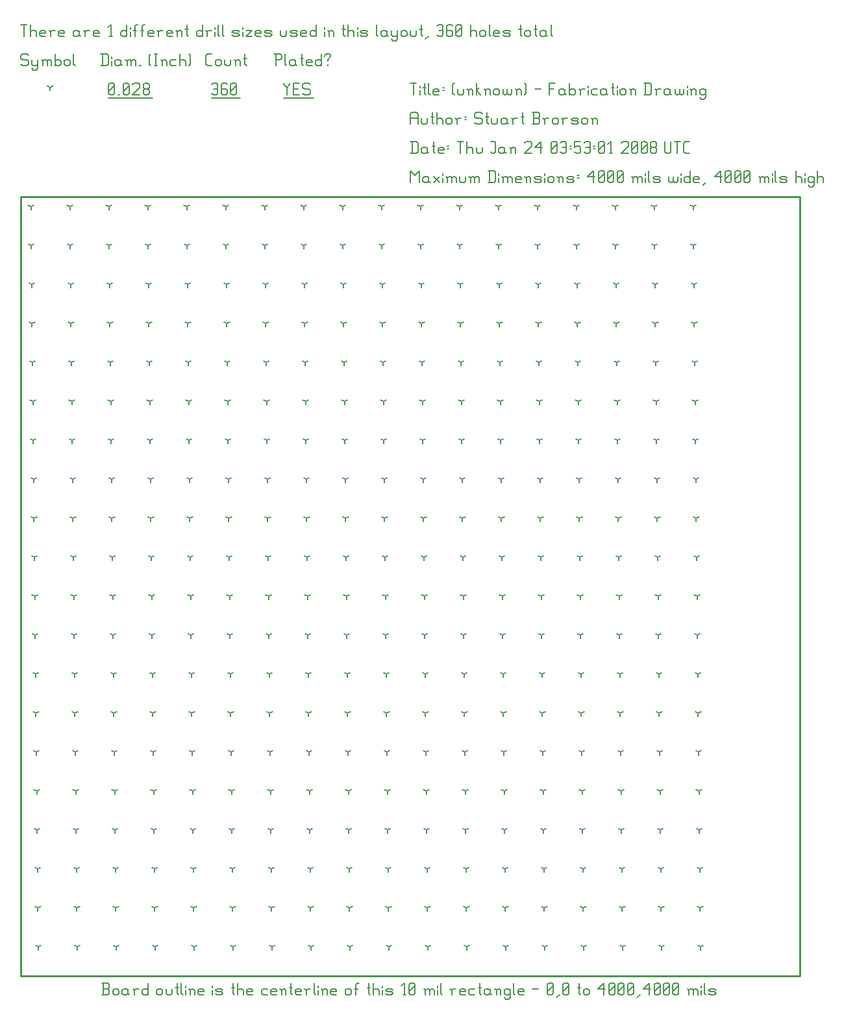
<source format=gbr>
G04 start of page 7 for group -3984 idx -3984
G04 Title: (unknown), fab *
G04 Creator: pcb 1.99v *
G04 CreationDate: Thu Jan 24 03:53:01 2008 UTC *
G04 For: sdb *
G04 Format: Gerber/RS-274X *
G04 PCB-Dimensions: 400000 400000 *
G04 PCB-Coordinate-Origin: lower left *
%MOIN*%
%FSLAX24Y24*%
%LNFAB*%
%ADD14C,0.0080*%
%ADD15C,0.0060*%
%ADD16C,0.0100*%
G54D14*X505Y39500D02*Y39340D01*
Y39500D02*X643Y39580D01*
X505Y39500D02*X366Y39580D01*
X525Y37500D02*Y37340D01*
Y37500D02*X663Y37580D01*
X525Y37500D02*X386Y37580D01*
X545Y35500D02*Y35340D01*
Y35500D02*X683Y35580D01*
X545Y35500D02*X406Y35580D01*
X565Y33500D02*Y33340D01*
Y33500D02*X703Y33580D01*
X565Y33500D02*X426Y33580D01*
X585Y31500D02*Y31340D01*
Y31500D02*X723Y31580D01*
X585Y31500D02*X446Y31580D01*
X605Y29500D02*Y29340D01*
Y29500D02*X743Y29580D01*
X605Y29500D02*X466Y29580D01*
X625Y27500D02*Y27340D01*
Y27500D02*X763Y27580D01*
X625Y27500D02*X486Y27580D01*
X645Y25500D02*Y25340D01*
Y25500D02*X783Y25580D01*
X645Y25500D02*X506Y25580D01*
X665Y23500D02*Y23340D01*
Y23500D02*X803Y23580D01*
X665Y23500D02*X526Y23580D01*
X685Y21500D02*Y21340D01*
Y21500D02*X823Y21580D01*
X685Y21500D02*X546Y21580D01*
X705Y19500D02*Y19340D01*
Y19500D02*X843Y19580D01*
X705Y19500D02*X566Y19580D01*
X725Y17500D02*Y17340D01*
Y17500D02*X863Y17580D01*
X725Y17500D02*X586Y17580D01*
X745Y15500D02*Y15340D01*
Y15500D02*X883Y15580D01*
X745Y15500D02*X606Y15580D01*
X765Y13500D02*Y13340D01*
Y13500D02*X903Y13580D01*
X765Y13500D02*X626Y13580D01*
X785Y11500D02*Y11340D01*
Y11500D02*X923Y11580D01*
X785Y11500D02*X646Y11580D01*
X805Y9500D02*Y9340D01*
Y9500D02*X943Y9580D01*
X805Y9500D02*X666Y9580D01*
X825Y7500D02*Y7340D01*
Y7500D02*X963Y7580D01*
X825Y7500D02*X686Y7580D01*
X845Y5500D02*Y5340D01*
Y5500D02*X983Y5580D01*
X845Y5500D02*X706Y5580D01*
X865Y3500D02*Y3340D01*
Y3500D02*X1003Y3580D01*
X865Y3500D02*X726Y3580D01*
X885Y1500D02*Y1340D01*
Y1500D02*X1023Y1580D01*
X885Y1500D02*X746Y1580D01*
X2505Y39500D02*Y39340D01*
Y39500D02*X2643Y39580D01*
X2505Y39500D02*X2366Y39580D01*
X2525Y37500D02*Y37340D01*
Y37500D02*X2663Y37580D01*
X2525Y37500D02*X2386Y37580D01*
X2545Y35500D02*Y35340D01*
Y35500D02*X2683Y35580D01*
X2545Y35500D02*X2406Y35580D01*
X2565Y33500D02*Y33340D01*
Y33500D02*X2703Y33580D01*
X2565Y33500D02*X2426Y33580D01*
X2585Y31500D02*Y31340D01*
Y31500D02*X2723Y31580D01*
X2585Y31500D02*X2446Y31580D01*
X2605Y29500D02*Y29340D01*
Y29500D02*X2743Y29580D01*
X2605Y29500D02*X2466Y29580D01*
X2625Y27500D02*Y27340D01*
Y27500D02*X2763Y27580D01*
X2625Y27500D02*X2486Y27580D01*
X2645Y25500D02*Y25340D01*
Y25500D02*X2783Y25580D01*
X2645Y25500D02*X2506Y25580D01*
X2665Y23500D02*Y23340D01*
Y23500D02*X2803Y23580D01*
X2665Y23500D02*X2526Y23580D01*
X2685Y21500D02*Y21340D01*
Y21500D02*X2823Y21580D01*
X2685Y21500D02*X2546Y21580D01*
X2705Y19500D02*Y19340D01*
Y19500D02*X2843Y19580D01*
X2705Y19500D02*X2566Y19580D01*
X2725Y17500D02*Y17340D01*
Y17500D02*X2863Y17580D01*
X2725Y17500D02*X2586Y17580D01*
X2745Y15500D02*Y15340D01*
Y15500D02*X2883Y15580D01*
X2745Y15500D02*X2606Y15580D01*
X2765Y13500D02*Y13340D01*
Y13500D02*X2903Y13580D01*
X2765Y13500D02*X2626Y13580D01*
X2785Y11500D02*Y11340D01*
Y11500D02*X2923Y11580D01*
X2785Y11500D02*X2646Y11580D01*
X2805Y9500D02*Y9340D01*
Y9500D02*X2943Y9580D01*
X2805Y9500D02*X2666Y9580D01*
X2825Y7500D02*Y7340D01*
Y7500D02*X2963Y7580D01*
X2825Y7500D02*X2686Y7580D01*
X2845Y5500D02*Y5340D01*
Y5500D02*X2983Y5580D01*
X2845Y5500D02*X2706Y5580D01*
X2865Y3500D02*Y3340D01*
Y3500D02*X3003Y3580D01*
X2865Y3500D02*X2726Y3580D01*
X2885Y1500D02*Y1340D01*
Y1500D02*X3023Y1580D01*
X2885Y1500D02*X2746Y1580D01*
X4505Y39500D02*Y39340D01*
Y39500D02*X4643Y39580D01*
X4505Y39500D02*X4366Y39580D01*
X4525Y37500D02*Y37340D01*
Y37500D02*X4663Y37580D01*
X4525Y37500D02*X4386Y37580D01*
X4545Y35500D02*Y35340D01*
Y35500D02*X4683Y35580D01*
X4545Y35500D02*X4406Y35580D01*
X4565Y33500D02*Y33340D01*
Y33500D02*X4703Y33580D01*
X4565Y33500D02*X4426Y33580D01*
X4585Y31500D02*Y31340D01*
Y31500D02*X4723Y31580D01*
X4585Y31500D02*X4446Y31580D01*
X4605Y29500D02*Y29340D01*
Y29500D02*X4743Y29580D01*
X4605Y29500D02*X4466Y29580D01*
X4625Y27500D02*Y27340D01*
Y27500D02*X4763Y27580D01*
X4625Y27500D02*X4486Y27580D01*
X4645Y25500D02*Y25340D01*
Y25500D02*X4783Y25580D01*
X4645Y25500D02*X4506Y25580D01*
X4665Y23500D02*Y23340D01*
Y23500D02*X4803Y23580D01*
X4665Y23500D02*X4526Y23580D01*
X4685Y21500D02*Y21340D01*
Y21500D02*X4823Y21580D01*
X4685Y21500D02*X4546Y21580D01*
X4705Y19500D02*Y19340D01*
Y19500D02*X4843Y19580D01*
X4705Y19500D02*X4566Y19580D01*
X4725Y17500D02*Y17340D01*
Y17500D02*X4863Y17580D01*
X4725Y17500D02*X4586Y17580D01*
X4745Y15500D02*Y15340D01*
Y15500D02*X4883Y15580D01*
X4745Y15500D02*X4606Y15580D01*
X4765Y13500D02*Y13340D01*
Y13500D02*X4903Y13580D01*
X4765Y13500D02*X4626Y13580D01*
X4785Y11500D02*Y11340D01*
Y11500D02*X4923Y11580D01*
X4785Y11500D02*X4646Y11580D01*
X4805Y9500D02*Y9340D01*
Y9500D02*X4943Y9580D01*
X4805Y9500D02*X4666Y9580D01*
X4825Y7500D02*Y7340D01*
Y7500D02*X4963Y7580D01*
X4825Y7500D02*X4686Y7580D01*
X4845Y5500D02*Y5340D01*
Y5500D02*X4983Y5580D01*
X4845Y5500D02*X4706Y5580D01*
X4865Y3500D02*Y3340D01*
Y3500D02*X5003Y3580D01*
X4865Y3500D02*X4726Y3580D01*
X4885Y1500D02*Y1340D01*
Y1500D02*X5023Y1580D01*
X4885Y1500D02*X4746Y1580D01*
X6505Y39500D02*Y39340D01*
Y39500D02*X6643Y39580D01*
X6505Y39500D02*X6366Y39580D01*
X6525Y37500D02*Y37340D01*
Y37500D02*X6663Y37580D01*
X6525Y37500D02*X6386Y37580D01*
X6545Y35500D02*Y35340D01*
Y35500D02*X6683Y35580D01*
X6545Y35500D02*X6406Y35580D01*
X6565Y33500D02*Y33340D01*
Y33500D02*X6703Y33580D01*
X6565Y33500D02*X6426Y33580D01*
X6585Y31500D02*Y31340D01*
Y31500D02*X6723Y31580D01*
X6585Y31500D02*X6446Y31580D01*
X6605Y29500D02*Y29340D01*
Y29500D02*X6743Y29580D01*
X6605Y29500D02*X6466Y29580D01*
X6625Y27500D02*Y27340D01*
Y27500D02*X6763Y27580D01*
X6625Y27500D02*X6486Y27580D01*
X6645Y25500D02*Y25340D01*
Y25500D02*X6783Y25580D01*
X6645Y25500D02*X6506Y25580D01*
X6665Y23500D02*Y23340D01*
Y23500D02*X6803Y23580D01*
X6665Y23500D02*X6526Y23580D01*
X6685Y21500D02*Y21340D01*
Y21500D02*X6823Y21580D01*
X6685Y21500D02*X6546Y21580D01*
X6705Y19500D02*Y19340D01*
Y19500D02*X6843Y19580D01*
X6705Y19500D02*X6566Y19580D01*
X6725Y17500D02*Y17340D01*
Y17500D02*X6863Y17580D01*
X6725Y17500D02*X6586Y17580D01*
X6745Y15500D02*Y15340D01*
Y15500D02*X6883Y15580D01*
X6745Y15500D02*X6606Y15580D01*
X6765Y13500D02*Y13340D01*
Y13500D02*X6903Y13580D01*
X6765Y13500D02*X6626Y13580D01*
X6785Y11500D02*Y11340D01*
Y11500D02*X6923Y11580D01*
X6785Y11500D02*X6646Y11580D01*
X6805Y9500D02*Y9340D01*
Y9500D02*X6943Y9580D01*
X6805Y9500D02*X6666Y9580D01*
X6825Y7500D02*Y7340D01*
Y7500D02*X6963Y7580D01*
X6825Y7500D02*X6686Y7580D01*
X6845Y5500D02*Y5340D01*
Y5500D02*X6983Y5580D01*
X6845Y5500D02*X6706Y5580D01*
X6865Y3500D02*Y3340D01*
Y3500D02*X7003Y3580D01*
X6865Y3500D02*X6726Y3580D01*
X6885Y1500D02*Y1340D01*
Y1500D02*X7023Y1580D01*
X6885Y1500D02*X6746Y1580D01*
X8505Y39500D02*Y39340D01*
Y39500D02*X8643Y39580D01*
X8505Y39500D02*X8366Y39580D01*
X8525Y37500D02*Y37340D01*
Y37500D02*X8663Y37580D01*
X8525Y37500D02*X8386Y37580D01*
X8545Y35500D02*Y35340D01*
Y35500D02*X8683Y35580D01*
X8545Y35500D02*X8406Y35580D01*
X8565Y33500D02*Y33340D01*
Y33500D02*X8703Y33580D01*
X8565Y33500D02*X8426Y33580D01*
X8585Y31500D02*Y31340D01*
Y31500D02*X8723Y31580D01*
X8585Y31500D02*X8446Y31580D01*
X8605Y29500D02*Y29340D01*
Y29500D02*X8743Y29580D01*
X8605Y29500D02*X8466Y29580D01*
X8625Y27500D02*Y27340D01*
Y27500D02*X8763Y27580D01*
X8625Y27500D02*X8486Y27580D01*
X8645Y25500D02*Y25340D01*
Y25500D02*X8783Y25580D01*
X8645Y25500D02*X8506Y25580D01*
X8665Y23500D02*Y23340D01*
Y23500D02*X8803Y23580D01*
X8665Y23500D02*X8526Y23580D01*
X8685Y21500D02*Y21340D01*
Y21500D02*X8823Y21580D01*
X8685Y21500D02*X8546Y21580D01*
X8705Y19500D02*Y19340D01*
Y19500D02*X8843Y19580D01*
X8705Y19500D02*X8566Y19580D01*
X8725Y17500D02*Y17340D01*
Y17500D02*X8863Y17580D01*
X8725Y17500D02*X8586Y17580D01*
X8745Y15500D02*Y15340D01*
Y15500D02*X8883Y15580D01*
X8745Y15500D02*X8606Y15580D01*
X8765Y13500D02*Y13340D01*
Y13500D02*X8903Y13580D01*
X8765Y13500D02*X8626Y13580D01*
X8785Y11500D02*Y11340D01*
Y11500D02*X8923Y11580D01*
X8785Y11500D02*X8646Y11580D01*
X8805Y9500D02*Y9340D01*
Y9500D02*X8943Y9580D01*
X8805Y9500D02*X8666Y9580D01*
X8825Y7500D02*Y7340D01*
Y7500D02*X8963Y7580D01*
X8825Y7500D02*X8686Y7580D01*
X8845Y5500D02*Y5340D01*
Y5500D02*X8983Y5580D01*
X8845Y5500D02*X8706Y5580D01*
X8865Y3500D02*Y3340D01*
Y3500D02*X9003Y3580D01*
X8865Y3500D02*X8726Y3580D01*
X8885Y1500D02*Y1340D01*
Y1500D02*X9023Y1580D01*
X8885Y1500D02*X8746Y1580D01*
X10505Y39500D02*Y39340D01*
Y39500D02*X10643Y39580D01*
X10505Y39500D02*X10366Y39580D01*
X10525Y37500D02*Y37340D01*
Y37500D02*X10663Y37580D01*
X10525Y37500D02*X10386Y37580D01*
X10545Y35500D02*Y35340D01*
Y35500D02*X10683Y35580D01*
X10545Y35500D02*X10406Y35580D01*
X10565Y33500D02*Y33340D01*
Y33500D02*X10703Y33580D01*
X10565Y33500D02*X10426Y33580D01*
X10585Y31500D02*Y31340D01*
Y31500D02*X10723Y31580D01*
X10585Y31500D02*X10446Y31580D01*
X10605Y29500D02*Y29340D01*
Y29500D02*X10743Y29580D01*
X10605Y29500D02*X10466Y29580D01*
X10625Y27500D02*Y27340D01*
Y27500D02*X10763Y27580D01*
X10625Y27500D02*X10486Y27580D01*
X10645Y25500D02*Y25340D01*
Y25500D02*X10783Y25580D01*
X10645Y25500D02*X10506Y25580D01*
X10665Y23500D02*Y23340D01*
Y23500D02*X10803Y23580D01*
X10665Y23500D02*X10526Y23580D01*
X10685Y21500D02*Y21340D01*
Y21500D02*X10823Y21580D01*
X10685Y21500D02*X10546Y21580D01*
X10705Y19500D02*Y19340D01*
Y19500D02*X10843Y19580D01*
X10705Y19500D02*X10566Y19580D01*
X10725Y17500D02*Y17340D01*
Y17500D02*X10863Y17580D01*
X10725Y17500D02*X10586Y17580D01*
X10745Y15500D02*Y15340D01*
Y15500D02*X10883Y15580D01*
X10745Y15500D02*X10606Y15580D01*
X10765Y13500D02*Y13340D01*
Y13500D02*X10903Y13580D01*
X10765Y13500D02*X10626Y13580D01*
X10785Y11500D02*Y11340D01*
Y11500D02*X10923Y11580D01*
X10785Y11500D02*X10646Y11580D01*
X10805Y9500D02*Y9340D01*
Y9500D02*X10943Y9580D01*
X10805Y9500D02*X10666Y9580D01*
X10825Y7500D02*Y7340D01*
Y7500D02*X10963Y7580D01*
X10825Y7500D02*X10686Y7580D01*
X10845Y5500D02*Y5340D01*
Y5500D02*X10983Y5580D01*
X10845Y5500D02*X10706Y5580D01*
X10865Y3500D02*Y3340D01*
Y3500D02*X11003Y3580D01*
X10865Y3500D02*X10726Y3580D01*
X10885Y1500D02*Y1340D01*
Y1500D02*X11023Y1580D01*
X10885Y1500D02*X10746Y1580D01*
X12505Y39500D02*Y39340D01*
Y39500D02*X12643Y39580D01*
X12505Y39500D02*X12366Y39580D01*
X12525Y37500D02*Y37340D01*
Y37500D02*X12663Y37580D01*
X12525Y37500D02*X12386Y37580D01*
X12545Y35500D02*Y35340D01*
Y35500D02*X12683Y35580D01*
X12545Y35500D02*X12406Y35580D01*
X12565Y33500D02*Y33340D01*
Y33500D02*X12703Y33580D01*
X12565Y33500D02*X12426Y33580D01*
X12585Y31500D02*Y31340D01*
Y31500D02*X12723Y31580D01*
X12585Y31500D02*X12446Y31580D01*
X12605Y29500D02*Y29340D01*
Y29500D02*X12743Y29580D01*
X12605Y29500D02*X12466Y29580D01*
X12625Y27500D02*Y27340D01*
Y27500D02*X12763Y27580D01*
X12625Y27500D02*X12486Y27580D01*
X12645Y25500D02*Y25340D01*
Y25500D02*X12783Y25580D01*
X12645Y25500D02*X12506Y25580D01*
X12665Y23500D02*Y23340D01*
Y23500D02*X12803Y23580D01*
X12665Y23500D02*X12526Y23580D01*
X12685Y21500D02*Y21340D01*
Y21500D02*X12823Y21580D01*
X12685Y21500D02*X12546Y21580D01*
X12705Y19500D02*Y19340D01*
Y19500D02*X12843Y19580D01*
X12705Y19500D02*X12566Y19580D01*
X12725Y17500D02*Y17340D01*
Y17500D02*X12863Y17580D01*
X12725Y17500D02*X12586Y17580D01*
X12745Y15500D02*Y15340D01*
Y15500D02*X12883Y15580D01*
X12745Y15500D02*X12606Y15580D01*
X12765Y13500D02*Y13340D01*
Y13500D02*X12903Y13580D01*
X12765Y13500D02*X12626Y13580D01*
X12785Y11500D02*Y11340D01*
Y11500D02*X12923Y11580D01*
X12785Y11500D02*X12646Y11580D01*
X12805Y9500D02*Y9340D01*
Y9500D02*X12943Y9580D01*
X12805Y9500D02*X12666Y9580D01*
X12825Y7500D02*Y7340D01*
Y7500D02*X12963Y7580D01*
X12825Y7500D02*X12686Y7580D01*
X12845Y5500D02*Y5340D01*
Y5500D02*X12983Y5580D01*
X12845Y5500D02*X12706Y5580D01*
X12865Y3500D02*Y3340D01*
Y3500D02*X13003Y3580D01*
X12865Y3500D02*X12726Y3580D01*
X12885Y1500D02*Y1340D01*
Y1500D02*X13023Y1580D01*
X12885Y1500D02*X12746Y1580D01*
X14505Y39500D02*Y39340D01*
Y39500D02*X14643Y39580D01*
X14505Y39500D02*X14366Y39580D01*
X14525Y37500D02*Y37340D01*
Y37500D02*X14663Y37580D01*
X14525Y37500D02*X14386Y37580D01*
X14545Y35500D02*Y35340D01*
Y35500D02*X14683Y35580D01*
X14545Y35500D02*X14406Y35580D01*
X14565Y33500D02*Y33340D01*
Y33500D02*X14703Y33580D01*
X14565Y33500D02*X14426Y33580D01*
X14585Y31500D02*Y31340D01*
Y31500D02*X14723Y31580D01*
X14585Y31500D02*X14446Y31580D01*
X14605Y29500D02*Y29340D01*
Y29500D02*X14743Y29580D01*
X14605Y29500D02*X14466Y29580D01*
X14625Y27500D02*Y27340D01*
Y27500D02*X14763Y27580D01*
X14625Y27500D02*X14486Y27580D01*
X14645Y25500D02*Y25340D01*
Y25500D02*X14783Y25580D01*
X14645Y25500D02*X14506Y25580D01*
X14665Y23500D02*Y23340D01*
Y23500D02*X14803Y23580D01*
X14665Y23500D02*X14526Y23580D01*
X14685Y21500D02*Y21340D01*
Y21500D02*X14823Y21580D01*
X14685Y21500D02*X14546Y21580D01*
X14705Y19500D02*Y19340D01*
Y19500D02*X14843Y19580D01*
X14705Y19500D02*X14566Y19580D01*
X14725Y17500D02*Y17340D01*
Y17500D02*X14863Y17580D01*
X14725Y17500D02*X14586Y17580D01*
X14745Y15500D02*Y15340D01*
Y15500D02*X14883Y15580D01*
X14745Y15500D02*X14606Y15580D01*
X14765Y13500D02*Y13340D01*
Y13500D02*X14903Y13580D01*
X14765Y13500D02*X14626Y13580D01*
X14785Y11500D02*Y11340D01*
Y11500D02*X14923Y11580D01*
X14785Y11500D02*X14646Y11580D01*
X14805Y9500D02*Y9340D01*
Y9500D02*X14943Y9580D01*
X14805Y9500D02*X14666Y9580D01*
X14825Y7500D02*Y7340D01*
Y7500D02*X14963Y7580D01*
X14825Y7500D02*X14686Y7580D01*
X14845Y5500D02*Y5340D01*
Y5500D02*X14983Y5580D01*
X14845Y5500D02*X14706Y5580D01*
X14865Y3500D02*Y3340D01*
Y3500D02*X15003Y3580D01*
X14865Y3500D02*X14726Y3580D01*
X14885Y1500D02*Y1340D01*
Y1500D02*X15023Y1580D01*
X14885Y1500D02*X14746Y1580D01*
X16505Y39500D02*Y39340D01*
Y39500D02*X16643Y39580D01*
X16505Y39500D02*X16366Y39580D01*
X16525Y37500D02*Y37340D01*
Y37500D02*X16663Y37580D01*
X16525Y37500D02*X16386Y37580D01*
X16545Y35500D02*Y35340D01*
Y35500D02*X16683Y35580D01*
X16545Y35500D02*X16406Y35580D01*
X16565Y33500D02*Y33340D01*
Y33500D02*X16703Y33580D01*
X16565Y33500D02*X16426Y33580D01*
X16585Y31500D02*Y31340D01*
Y31500D02*X16723Y31580D01*
X16585Y31500D02*X16446Y31580D01*
X16605Y29500D02*Y29340D01*
Y29500D02*X16743Y29580D01*
X16605Y29500D02*X16466Y29580D01*
X16625Y27500D02*Y27340D01*
Y27500D02*X16763Y27580D01*
X16625Y27500D02*X16486Y27580D01*
X16645Y25500D02*Y25340D01*
Y25500D02*X16783Y25580D01*
X16645Y25500D02*X16506Y25580D01*
X16665Y23500D02*Y23340D01*
Y23500D02*X16803Y23580D01*
X16665Y23500D02*X16526Y23580D01*
X16685Y21500D02*Y21340D01*
Y21500D02*X16823Y21580D01*
X16685Y21500D02*X16546Y21580D01*
X16705Y19500D02*Y19340D01*
Y19500D02*X16843Y19580D01*
X16705Y19500D02*X16566Y19580D01*
X16725Y17500D02*Y17340D01*
Y17500D02*X16863Y17580D01*
X16725Y17500D02*X16586Y17580D01*
X16745Y15500D02*Y15340D01*
Y15500D02*X16883Y15580D01*
X16745Y15500D02*X16606Y15580D01*
X16765Y13500D02*Y13340D01*
Y13500D02*X16903Y13580D01*
X16765Y13500D02*X16626Y13580D01*
X16785Y11500D02*Y11340D01*
Y11500D02*X16923Y11580D01*
X16785Y11500D02*X16646Y11580D01*
X16805Y9500D02*Y9340D01*
Y9500D02*X16943Y9580D01*
X16805Y9500D02*X16666Y9580D01*
X16825Y7500D02*Y7340D01*
Y7500D02*X16963Y7580D01*
X16825Y7500D02*X16686Y7580D01*
X16845Y5500D02*Y5340D01*
Y5500D02*X16983Y5580D01*
X16845Y5500D02*X16706Y5580D01*
X16865Y3500D02*Y3340D01*
Y3500D02*X17003Y3580D01*
X16865Y3500D02*X16726Y3580D01*
X16885Y1500D02*Y1340D01*
Y1500D02*X17023Y1580D01*
X16885Y1500D02*X16746Y1580D01*
X18505Y39500D02*Y39340D01*
Y39500D02*X18643Y39580D01*
X18505Y39500D02*X18366Y39580D01*
X18525Y37500D02*Y37340D01*
Y37500D02*X18663Y37580D01*
X18525Y37500D02*X18386Y37580D01*
X18545Y35500D02*Y35340D01*
Y35500D02*X18683Y35580D01*
X18545Y35500D02*X18406Y35580D01*
X18565Y33500D02*Y33340D01*
Y33500D02*X18703Y33580D01*
X18565Y33500D02*X18426Y33580D01*
X18585Y31500D02*Y31340D01*
Y31500D02*X18723Y31580D01*
X18585Y31500D02*X18446Y31580D01*
X18605Y29500D02*Y29340D01*
Y29500D02*X18743Y29580D01*
X18605Y29500D02*X18466Y29580D01*
X18625Y27500D02*Y27340D01*
Y27500D02*X18763Y27580D01*
X18625Y27500D02*X18486Y27580D01*
X18645Y25500D02*Y25340D01*
Y25500D02*X18783Y25580D01*
X18645Y25500D02*X18506Y25580D01*
X18665Y23500D02*Y23340D01*
Y23500D02*X18803Y23580D01*
X18665Y23500D02*X18526Y23580D01*
X18685Y21500D02*Y21340D01*
Y21500D02*X18823Y21580D01*
X18685Y21500D02*X18546Y21580D01*
X18705Y19500D02*Y19340D01*
Y19500D02*X18843Y19580D01*
X18705Y19500D02*X18566Y19580D01*
X18725Y17500D02*Y17340D01*
Y17500D02*X18863Y17580D01*
X18725Y17500D02*X18586Y17580D01*
X18745Y15500D02*Y15340D01*
Y15500D02*X18883Y15580D01*
X18745Y15500D02*X18606Y15580D01*
X18765Y13500D02*Y13340D01*
Y13500D02*X18903Y13580D01*
X18765Y13500D02*X18626Y13580D01*
X18785Y11500D02*Y11340D01*
Y11500D02*X18923Y11580D01*
X18785Y11500D02*X18646Y11580D01*
X18805Y9500D02*Y9340D01*
Y9500D02*X18943Y9580D01*
X18805Y9500D02*X18666Y9580D01*
X18825Y7500D02*Y7340D01*
Y7500D02*X18963Y7580D01*
X18825Y7500D02*X18686Y7580D01*
X18845Y5500D02*Y5340D01*
Y5500D02*X18983Y5580D01*
X18845Y5500D02*X18706Y5580D01*
X18865Y3500D02*Y3340D01*
Y3500D02*X19003Y3580D01*
X18865Y3500D02*X18726Y3580D01*
X18885Y1500D02*Y1340D01*
Y1500D02*X19023Y1580D01*
X18885Y1500D02*X18746Y1580D01*
X20505Y39500D02*Y39340D01*
Y39500D02*X20643Y39580D01*
X20505Y39500D02*X20366Y39580D01*
X20525Y37500D02*Y37340D01*
Y37500D02*X20663Y37580D01*
X20525Y37500D02*X20386Y37580D01*
X20545Y35500D02*Y35340D01*
Y35500D02*X20683Y35580D01*
X20545Y35500D02*X20406Y35580D01*
X20565Y33500D02*Y33340D01*
Y33500D02*X20703Y33580D01*
X20565Y33500D02*X20426Y33580D01*
X20585Y31500D02*Y31340D01*
Y31500D02*X20723Y31580D01*
X20585Y31500D02*X20446Y31580D01*
X20605Y29500D02*Y29340D01*
Y29500D02*X20743Y29580D01*
X20605Y29500D02*X20466Y29580D01*
X20625Y27500D02*Y27340D01*
Y27500D02*X20763Y27580D01*
X20625Y27500D02*X20486Y27580D01*
X20645Y25500D02*Y25340D01*
Y25500D02*X20783Y25580D01*
X20645Y25500D02*X20506Y25580D01*
X20665Y23500D02*Y23340D01*
Y23500D02*X20803Y23580D01*
X20665Y23500D02*X20526Y23580D01*
X20685Y21500D02*Y21340D01*
Y21500D02*X20823Y21580D01*
X20685Y21500D02*X20546Y21580D01*
X20705Y19500D02*Y19340D01*
Y19500D02*X20843Y19580D01*
X20705Y19500D02*X20566Y19580D01*
X20725Y17500D02*Y17340D01*
Y17500D02*X20863Y17580D01*
X20725Y17500D02*X20586Y17580D01*
X20745Y15500D02*Y15340D01*
Y15500D02*X20883Y15580D01*
X20745Y15500D02*X20606Y15580D01*
X20765Y13500D02*Y13340D01*
Y13500D02*X20903Y13580D01*
X20765Y13500D02*X20626Y13580D01*
X20785Y11500D02*Y11340D01*
Y11500D02*X20923Y11580D01*
X20785Y11500D02*X20646Y11580D01*
X20805Y9500D02*Y9340D01*
Y9500D02*X20943Y9580D01*
X20805Y9500D02*X20666Y9580D01*
X20825Y7500D02*Y7340D01*
Y7500D02*X20963Y7580D01*
X20825Y7500D02*X20686Y7580D01*
X20845Y5500D02*Y5340D01*
Y5500D02*X20983Y5580D01*
X20845Y5500D02*X20706Y5580D01*
X20865Y3500D02*Y3340D01*
Y3500D02*X21003Y3580D01*
X20865Y3500D02*X20726Y3580D01*
X20885Y1500D02*Y1340D01*
Y1500D02*X21023Y1580D01*
X20885Y1500D02*X20746Y1580D01*
X22505Y39500D02*Y39340D01*
Y39500D02*X22643Y39580D01*
X22505Y39500D02*X22366Y39580D01*
X22525Y37500D02*Y37340D01*
Y37500D02*X22663Y37580D01*
X22525Y37500D02*X22386Y37580D01*
X22545Y35500D02*Y35340D01*
Y35500D02*X22683Y35580D01*
X22545Y35500D02*X22406Y35580D01*
X22565Y33500D02*Y33340D01*
Y33500D02*X22703Y33580D01*
X22565Y33500D02*X22426Y33580D01*
X22585Y31500D02*Y31340D01*
Y31500D02*X22723Y31580D01*
X22585Y31500D02*X22446Y31580D01*
X22605Y29500D02*Y29340D01*
Y29500D02*X22743Y29580D01*
X22605Y29500D02*X22466Y29580D01*
X22625Y27500D02*Y27340D01*
Y27500D02*X22763Y27580D01*
X22625Y27500D02*X22486Y27580D01*
X22645Y25500D02*Y25340D01*
Y25500D02*X22783Y25580D01*
X22645Y25500D02*X22506Y25580D01*
X22665Y23500D02*Y23340D01*
Y23500D02*X22803Y23580D01*
X22665Y23500D02*X22526Y23580D01*
X22685Y21500D02*Y21340D01*
Y21500D02*X22823Y21580D01*
X22685Y21500D02*X22546Y21580D01*
X22705Y19500D02*Y19340D01*
Y19500D02*X22843Y19580D01*
X22705Y19500D02*X22566Y19580D01*
X22725Y17500D02*Y17340D01*
Y17500D02*X22863Y17580D01*
X22725Y17500D02*X22586Y17580D01*
X22745Y15500D02*Y15340D01*
Y15500D02*X22883Y15580D01*
X22745Y15500D02*X22606Y15580D01*
X22765Y13500D02*Y13340D01*
Y13500D02*X22903Y13580D01*
X22765Y13500D02*X22626Y13580D01*
X22785Y11500D02*Y11340D01*
Y11500D02*X22923Y11580D01*
X22785Y11500D02*X22646Y11580D01*
X22805Y9500D02*Y9340D01*
Y9500D02*X22943Y9580D01*
X22805Y9500D02*X22666Y9580D01*
X22825Y7500D02*Y7340D01*
Y7500D02*X22963Y7580D01*
X22825Y7500D02*X22686Y7580D01*
X22845Y5500D02*Y5340D01*
Y5500D02*X22983Y5580D01*
X22845Y5500D02*X22706Y5580D01*
X22865Y3500D02*Y3340D01*
Y3500D02*X23003Y3580D01*
X22865Y3500D02*X22726Y3580D01*
X22885Y1500D02*Y1340D01*
Y1500D02*X23023Y1580D01*
X22885Y1500D02*X22746Y1580D01*
X24505Y39500D02*Y39340D01*
Y39500D02*X24643Y39580D01*
X24505Y39500D02*X24366Y39580D01*
X24525Y37500D02*Y37340D01*
Y37500D02*X24663Y37580D01*
X24525Y37500D02*X24386Y37580D01*
X24545Y35500D02*Y35340D01*
Y35500D02*X24683Y35580D01*
X24545Y35500D02*X24406Y35580D01*
X24565Y33500D02*Y33340D01*
Y33500D02*X24703Y33580D01*
X24565Y33500D02*X24426Y33580D01*
X24585Y31500D02*Y31340D01*
Y31500D02*X24723Y31580D01*
X24585Y31500D02*X24446Y31580D01*
X24605Y29500D02*Y29340D01*
Y29500D02*X24743Y29580D01*
X24605Y29500D02*X24466Y29580D01*
X24625Y27500D02*Y27340D01*
Y27500D02*X24763Y27580D01*
X24625Y27500D02*X24486Y27580D01*
X24645Y25500D02*Y25340D01*
Y25500D02*X24783Y25580D01*
X24645Y25500D02*X24506Y25580D01*
X24665Y23500D02*Y23340D01*
Y23500D02*X24803Y23580D01*
X24665Y23500D02*X24526Y23580D01*
X24685Y21500D02*Y21340D01*
Y21500D02*X24823Y21580D01*
X24685Y21500D02*X24546Y21580D01*
X24705Y19500D02*Y19340D01*
Y19500D02*X24843Y19580D01*
X24705Y19500D02*X24566Y19580D01*
X24725Y17500D02*Y17340D01*
Y17500D02*X24863Y17580D01*
X24725Y17500D02*X24586Y17580D01*
X24745Y15500D02*Y15340D01*
Y15500D02*X24883Y15580D01*
X24745Y15500D02*X24606Y15580D01*
X24765Y13500D02*Y13340D01*
Y13500D02*X24903Y13580D01*
X24765Y13500D02*X24626Y13580D01*
X24785Y11500D02*Y11340D01*
Y11500D02*X24923Y11580D01*
X24785Y11500D02*X24646Y11580D01*
X24805Y9500D02*Y9340D01*
Y9500D02*X24943Y9580D01*
X24805Y9500D02*X24666Y9580D01*
X24825Y7500D02*Y7340D01*
Y7500D02*X24963Y7580D01*
X24825Y7500D02*X24686Y7580D01*
X24845Y5500D02*Y5340D01*
Y5500D02*X24983Y5580D01*
X24845Y5500D02*X24706Y5580D01*
X24865Y3500D02*Y3340D01*
Y3500D02*X25003Y3580D01*
X24865Y3500D02*X24726Y3580D01*
X24885Y1500D02*Y1340D01*
Y1500D02*X25023Y1580D01*
X24885Y1500D02*X24746Y1580D01*
X26505Y39500D02*Y39340D01*
Y39500D02*X26643Y39580D01*
X26505Y39500D02*X26366Y39580D01*
X26525Y37500D02*Y37340D01*
Y37500D02*X26663Y37580D01*
X26525Y37500D02*X26386Y37580D01*
X26545Y35500D02*Y35340D01*
Y35500D02*X26683Y35580D01*
X26545Y35500D02*X26406Y35580D01*
X26565Y33500D02*Y33340D01*
Y33500D02*X26703Y33580D01*
X26565Y33500D02*X26426Y33580D01*
X26585Y31500D02*Y31340D01*
Y31500D02*X26723Y31580D01*
X26585Y31500D02*X26446Y31580D01*
X26605Y29500D02*Y29340D01*
Y29500D02*X26743Y29580D01*
X26605Y29500D02*X26466Y29580D01*
X26625Y27500D02*Y27340D01*
Y27500D02*X26763Y27580D01*
X26625Y27500D02*X26486Y27580D01*
X26645Y25500D02*Y25340D01*
Y25500D02*X26783Y25580D01*
X26645Y25500D02*X26506Y25580D01*
X26665Y23500D02*Y23340D01*
Y23500D02*X26803Y23580D01*
X26665Y23500D02*X26526Y23580D01*
X26685Y21500D02*Y21340D01*
Y21500D02*X26823Y21580D01*
X26685Y21500D02*X26546Y21580D01*
X26705Y19500D02*Y19340D01*
Y19500D02*X26843Y19580D01*
X26705Y19500D02*X26566Y19580D01*
X26725Y17500D02*Y17340D01*
Y17500D02*X26863Y17580D01*
X26725Y17500D02*X26586Y17580D01*
X26745Y15500D02*Y15340D01*
Y15500D02*X26883Y15580D01*
X26745Y15500D02*X26606Y15580D01*
X26765Y13500D02*Y13340D01*
Y13500D02*X26903Y13580D01*
X26765Y13500D02*X26626Y13580D01*
X26785Y11500D02*Y11340D01*
Y11500D02*X26923Y11580D01*
X26785Y11500D02*X26646Y11580D01*
X26805Y9500D02*Y9340D01*
Y9500D02*X26943Y9580D01*
X26805Y9500D02*X26666Y9580D01*
X26825Y7500D02*Y7340D01*
Y7500D02*X26963Y7580D01*
X26825Y7500D02*X26686Y7580D01*
X26845Y5500D02*Y5340D01*
Y5500D02*X26983Y5580D01*
X26845Y5500D02*X26706Y5580D01*
X26865Y3500D02*Y3340D01*
Y3500D02*X27003Y3580D01*
X26865Y3500D02*X26726Y3580D01*
X26885Y1500D02*Y1340D01*
Y1500D02*X27023Y1580D01*
X26885Y1500D02*X26746Y1580D01*
X28505Y39500D02*Y39340D01*
Y39500D02*X28643Y39580D01*
X28505Y39500D02*X28366Y39580D01*
X28525Y37500D02*Y37340D01*
Y37500D02*X28663Y37580D01*
X28525Y37500D02*X28386Y37580D01*
X28545Y35500D02*Y35340D01*
Y35500D02*X28683Y35580D01*
X28545Y35500D02*X28406Y35580D01*
X28565Y33500D02*Y33340D01*
Y33500D02*X28703Y33580D01*
X28565Y33500D02*X28426Y33580D01*
X28585Y31500D02*Y31340D01*
Y31500D02*X28723Y31580D01*
X28585Y31500D02*X28446Y31580D01*
X28605Y29500D02*Y29340D01*
Y29500D02*X28743Y29580D01*
X28605Y29500D02*X28466Y29580D01*
X28625Y27500D02*Y27340D01*
Y27500D02*X28763Y27580D01*
X28625Y27500D02*X28486Y27580D01*
X28645Y25500D02*Y25340D01*
Y25500D02*X28783Y25580D01*
X28645Y25500D02*X28506Y25580D01*
X28665Y23500D02*Y23340D01*
Y23500D02*X28803Y23580D01*
X28665Y23500D02*X28526Y23580D01*
X28685Y21500D02*Y21340D01*
Y21500D02*X28823Y21580D01*
X28685Y21500D02*X28546Y21580D01*
X28705Y19500D02*Y19340D01*
Y19500D02*X28843Y19580D01*
X28705Y19500D02*X28566Y19580D01*
X28725Y17500D02*Y17340D01*
Y17500D02*X28863Y17580D01*
X28725Y17500D02*X28586Y17580D01*
X28745Y15500D02*Y15340D01*
Y15500D02*X28883Y15580D01*
X28745Y15500D02*X28606Y15580D01*
X28765Y13500D02*Y13340D01*
Y13500D02*X28903Y13580D01*
X28765Y13500D02*X28626Y13580D01*
X28785Y11500D02*Y11340D01*
Y11500D02*X28923Y11580D01*
X28785Y11500D02*X28646Y11580D01*
X28805Y9500D02*Y9340D01*
Y9500D02*X28943Y9580D01*
X28805Y9500D02*X28666Y9580D01*
X28825Y7500D02*Y7340D01*
Y7500D02*X28963Y7580D01*
X28825Y7500D02*X28686Y7580D01*
X28845Y5500D02*Y5340D01*
Y5500D02*X28983Y5580D01*
X28845Y5500D02*X28706Y5580D01*
X28865Y3500D02*Y3340D01*
Y3500D02*X29003Y3580D01*
X28865Y3500D02*X28726Y3580D01*
X28885Y1500D02*Y1340D01*
Y1500D02*X29023Y1580D01*
X28885Y1500D02*X28746Y1580D01*
X30505Y39500D02*Y39340D01*
Y39500D02*X30643Y39580D01*
X30505Y39500D02*X30366Y39580D01*
X30525Y37500D02*Y37340D01*
Y37500D02*X30663Y37580D01*
X30525Y37500D02*X30386Y37580D01*
X30545Y35500D02*Y35340D01*
Y35500D02*X30683Y35580D01*
X30545Y35500D02*X30406Y35580D01*
X30565Y33500D02*Y33340D01*
Y33500D02*X30703Y33580D01*
X30565Y33500D02*X30426Y33580D01*
X30585Y31500D02*Y31340D01*
Y31500D02*X30723Y31580D01*
X30585Y31500D02*X30446Y31580D01*
X30605Y29500D02*Y29340D01*
Y29500D02*X30743Y29580D01*
X30605Y29500D02*X30466Y29580D01*
X30625Y27500D02*Y27340D01*
Y27500D02*X30763Y27580D01*
X30625Y27500D02*X30486Y27580D01*
X30645Y25500D02*Y25340D01*
Y25500D02*X30783Y25580D01*
X30645Y25500D02*X30506Y25580D01*
X30665Y23500D02*Y23340D01*
Y23500D02*X30803Y23580D01*
X30665Y23500D02*X30526Y23580D01*
X30685Y21500D02*Y21340D01*
Y21500D02*X30823Y21580D01*
X30685Y21500D02*X30546Y21580D01*
X30705Y19500D02*Y19340D01*
Y19500D02*X30843Y19580D01*
X30705Y19500D02*X30566Y19580D01*
X30725Y17500D02*Y17340D01*
Y17500D02*X30863Y17580D01*
X30725Y17500D02*X30586Y17580D01*
X30745Y15500D02*Y15340D01*
Y15500D02*X30883Y15580D01*
X30745Y15500D02*X30606Y15580D01*
X30765Y13500D02*Y13340D01*
Y13500D02*X30903Y13580D01*
X30765Y13500D02*X30626Y13580D01*
X30785Y11500D02*Y11340D01*
Y11500D02*X30923Y11580D01*
X30785Y11500D02*X30646Y11580D01*
X30805Y9500D02*Y9340D01*
Y9500D02*X30943Y9580D01*
X30805Y9500D02*X30666Y9580D01*
X30825Y7500D02*Y7340D01*
Y7500D02*X30963Y7580D01*
X30825Y7500D02*X30686Y7580D01*
X30845Y5500D02*Y5340D01*
Y5500D02*X30983Y5580D01*
X30845Y5500D02*X30706Y5580D01*
X30865Y3500D02*Y3340D01*
Y3500D02*X31003Y3580D01*
X30865Y3500D02*X30726Y3580D01*
X30885Y1500D02*Y1340D01*
Y1500D02*X31023Y1580D01*
X30885Y1500D02*X30746Y1580D01*
X32505Y39500D02*Y39340D01*
Y39500D02*X32643Y39580D01*
X32505Y39500D02*X32366Y39580D01*
X32525Y37500D02*Y37340D01*
Y37500D02*X32663Y37580D01*
X32525Y37500D02*X32386Y37580D01*
X32545Y35500D02*Y35340D01*
Y35500D02*X32683Y35580D01*
X32545Y35500D02*X32406Y35580D01*
X32565Y33500D02*Y33340D01*
Y33500D02*X32703Y33580D01*
X32565Y33500D02*X32426Y33580D01*
X32585Y31500D02*Y31340D01*
Y31500D02*X32723Y31580D01*
X32585Y31500D02*X32446Y31580D01*
X32605Y29500D02*Y29340D01*
Y29500D02*X32743Y29580D01*
X32605Y29500D02*X32466Y29580D01*
X32625Y27500D02*Y27340D01*
Y27500D02*X32763Y27580D01*
X32625Y27500D02*X32486Y27580D01*
X32645Y25500D02*Y25340D01*
Y25500D02*X32783Y25580D01*
X32645Y25500D02*X32506Y25580D01*
X32665Y23500D02*Y23340D01*
Y23500D02*X32803Y23580D01*
X32665Y23500D02*X32526Y23580D01*
X32685Y21500D02*Y21340D01*
Y21500D02*X32823Y21580D01*
X32685Y21500D02*X32546Y21580D01*
X32705Y19500D02*Y19340D01*
Y19500D02*X32843Y19580D01*
X32705Y19500D02*X32566Y19580D01*
X32725Y17500D02*Y17340D01*
Y17500D02*X32863Y17580D01*
X32725Y17500D02*X32586Y17580D01*
X32745Y15500D02*Y15340D01*
Y15500D02*X32883Y15580D01*
X32745Y15500D02*X32606Y15580D01*
X32765Y13500D02*Y13340D01*
Y13500D02*X32903Y13580D01*
X32765Y13500D02*X32626Y13580D01*
X32785Y11500D02*Y11340D01*
Y11500D02*X32923Y11580D01*
X32785Y11500D02*X32646Y11580D01*
X32805Y9500D02*Y9340D01*
Y9500D02*X32943Y9580D01*
X32805Y9500D02*X32666Y9580D01*
X32825Y7500D02*Y7340D01*
Y7500D02*X32963Y7580D01*
X32825Y7500D02*X32686Y7580D01*
X32845Y5500D02*Y5340D01*
Y5500D02*X32983Y5580D01*
X32845Y5500D02*X32706Y5580D01*
X32865Y3500D02*Y3340D01*
Y3500D02*X33003Y3580D01*
X32865Y3500D02*X32726Y3580D01*
X32885Y1500D02*Y1340D01*
Y1500D02*X33023Y1580D01*
X32885Y1500D02*X32746Y1580D01*
X34505Y39500D02*Y39340D01*
Y39500D02*X34643Y39580D01*
X34505Y39500D02*X34366Y39580D01*
X34525Y37500D02*Y37340D01*
Y37500D02*X34663Y37580D01*
X34525Y37500D02*X34386Y37580D01*
X34545Y35500D02*Y35340D01*
Y35500D02*X34683Y35580D01*
X34545Y35500D02*X34406Y35580D01*
X34565Y33500D02*Y33340D01*
Y33500D02*X34703Y33580D01*
X34565Y33500D02*X34426Y33580D01*
X34585Y31500D02*Y31340D01*
Y31500D02*X34723Y31580D01*
X34585Y31500D02*X34446Y31580D01*
X34605Y29500D02*Y29340D01*
Y29500D02*X34743Y29580D01*
X34605Y29500D02*X34466Y29580D01*
X34625Y27500D02*Y27340D01*
Y27500D02*X34763Y27580D01*
X34625Y27500D02*X34486Y27580D01*
X34645Y25500D02*Y25340D01*
Y25500D02*X34783Y25580D01*
X34645Y25500D02*X34506Y25580D01*
X34665Y23500D02*Y23340D01*
Y23500D02*X34803Y23580D01*
X34665Y23500D02*X34526Y23580D01*
X34685Y21500D02*Y21340D01*
Y21500D02*X34823Y21580D01*
X34685Y21500D02*X34546Y21580D01*
X34705Y19500D02*Y19340D01*
Y19500D02*X34843Y19580D01*
X34705Y19500D02*X34566Y19580D01*
X34725Y17500D02*Y17340D01*
Y17500D02*X34863Y17580D01*
X34725Y17500D02*X34586Y17580D01*
X34745Y15500D02*Y15340D01*
Y15500D02*X34883Y15580D01*
X34745Y15500D02*X34606Y15580D01*
X34765Y13500D02*Y13340D01*
Y13500D02*X34903Y13580D01*
X34765Y13500D02*X34626Y13580D01*
X34785Y11500D02*Y11340D01*
Y11500D02*X34923Y11580D01*
X34785Y11500D02*X34646Y11580D01*
X34805Y9500D02*Y9340D01*
Y9500D02*X34943Y9580D01*
X34805Y9500D02*X34666Y9580D01*
X34825Y7500D02*Y7340D01*
Y7500D02*X34963Y7580D01*
X34825Y7500D02*X34686Y7580D01*
X34845Y5500D02*Y5340D01*
Y5500D02*X34983Y5580D01*
X34845Y5500D02*X34706Y5580D01*
X34865Y3500D02*Y3340D01*
Y3500D02*X35003Y3580D01*
X34865Y3500D02*X34726Y3580D01*
X34885Y1500D02*Y1340D01*
Y1500D02*X35023Y1580D01*
X34885Y1500D02*X34746Y1580D01*
X1500Y45625D02*Y45465D01*
Y45625D02*X1638Y45705D01*
X1500Y45625D02*X1361Y45705D01*
G54D15*X13500Y45850D02*Y45775D01*
X13650Y45625D01*
X13800Y45775D01*
Y45850D02*Y45775D01*
X13650Y45625D02*Y45250D01*
X13980Y45550D02*X14205D01*
X13980Y45250D02*X14280D01*
X13980Y45850D02*Y45250D01*
Y45850D02*X14280D01*
X14760D02*X14835Y45775D01*
X14535Y45850D02*X14760D01*
X14460Y45775D02*X14535Y45850D01*
X14460Y45775D02*Y45625D01*
X14535Y45550D01*
X14760D01*
X14835Y45475D01*
Y45325D01*
X14760Y45250D02*X14835Y45325D01*
X14535Y45250D02*X14760D01*
X14460Y45325D02*X14535Y45250D01*
X13500Y45074D02*X15015D01*
X9800Y45775D02*X9875Y45850D01*
X10025D01*
X10100Y45775D01*
Y45325D01*
X10025Y45250D02*X10100Y45325D01*
X9875Y45250D02*X10025D01*
X9800Y45325D02*X9875Y45250D01*
Y45550D02*X10100D01*
X10505Y45850D02*X10580Y45775D01*
X10355Y45850D02*X10505D01*
X10280Y45775D02*X10355Y45850D01*
X10280Y45775D02*Y45325D01*
X10355Y45250D01*
X10505Y45550D02*X10580Y45475D01*
X10280Y45550D02*X10505D01*
X10355Y45250D02*X10505D01*
X10580Y45325D01*
Y45475D02*Y45325D01*
X10760D02*X10835Y45250D01*
X10760Y45775D02*Y45325D01*
Y45775D02*X10835Y45850D01*
X10985D01*
X11060Y45775D01*
Y45325D01*
X10985Y45250D02*X11060Y45325D01*
X10835Y45250D02*X10985D01*
X10760Y45400D02*X11060Y45700D01*
X9800Y45074D02*X11240D01*
X4500Y45325D02*X4575Y45250D01*
X4500Y45775D02*Y45325D01*
Y45775D02*X4575Y45850D01*
X4725D01*
X4800Y45775D01*
Y45325D01*
X4725Y45250D02*X4800Y45325D01*
X4575Y45250D02*X4725D01*
X4500Y45400D02*X4800Y45700D01*
X4980Y45250D02*X5055D01*
X5235Y45325D02*X5310Y45250D01*
X5235Y45775D02*Y45325D01*
Y45775D02*X5310Y45850D01*
X5460D01*
X5535Y45775D01*
Y45325D01*
X5460Y45250D02*X5535Y45325D01*
X5310Y45250D02*X5460D01*
X5235Y45400D02*X5535Y45700D01*
X5715Y45775D02*X5790Y45850D01*
X6015D01*
X6090Y45775D01*
Y45625D01*
X5715Y45250D02*X6090Y45625D01*
X5715Y45250D02*X6090D01*
X6270Y45325D02*X6345Y45250D01*
X6270Y45475D02*Y45325D01*
Y45475D02*X6345Y45550D01*
X6495D01*
X6570Y45475D01*
Y45325D01*
X6495Y45250D02*X6570Y45325D01*
X6345Y45250D02*X6495D01*
X6270Y45625D02*X6345Y45550D01*
X6270Y45775D02*Y45625D01*
Y45775D02*X6345Y45850D01*
X6495D01*
X6570Y45775D01*
Y45625D01*
X6495Y45550D02*X6570Y45625D01*
X4500Y45074D02*X6750D01*
X300Y47350D02*X375Y47275D01*
X75Y47350D02*X300D01*
X0Y47275D02*X75Y47350D01*
X0Y47275D02*Y47125D01*
X75Y47050D01*
X300D01*
X375Y46975D01*
Y46825D01*
X300Y46750D02*X375Y46825D01*
X75Y46750D02*X300D01*
X0Y46825D02*X75Y46750D01*
X555Y47050D02*Y46825D01*
X630Y46750D01*
X855Y47050D02*Y46600D01*
X780Y46525D02*X855Y46600D01*
X630Y46525D02*X780D01*
X555Y46600D02*X630Y46525D01*
Y46750D02*X780D01*
X855Y46825D01*
X1110Y46975D02*Y46750D01*
Y46975D02*X1185Y47050D01*
X1260D01*
X1335Y46975D01*
Y46750D01*
Y46975D02*X1410Y47050D01*
X1485D01*
X1560Y46975D01*
Y46750D01*
X1035Y47050D02*X1110Y46975D01*
X1740Y47350D02*Y46750D01*
Y46825D02*X1815Y46750D01*
X1965D01*
X2040Y46825D01*
Y46975D02*Y46825D01*
X1965Y47050D02*X2040Y46975D01*
X1815Y47050D02*X1965D01*
X1740Y46975D02*X1815Y47050D01*
X2220Y46975D02*Y46825D01*
Y46975D02*X2295Y47050D01*
X2445D01*
X2520Y46975D01*
Y46825D01*
X2445Y46750D02*X2520Y46825D01*
X2295Y46750D02*X2445D01*
X2220Y46825D02*X2295Y46750D01*
X2700Y47350D02*Y46825D01*
X2775Y46750D01*
X4175Y47350D02*Y46750D01*
X4400Y47350D02*X4475Y47275D01*
Y46825D01*
X4400Y46750D02*X4475Y46825D01*
X4100Y46750D02*X4400D01*
X4100Y47350D02*X4400D01*
X4655Y47200D02*Y47125D01*
Y46975D02*Y46750D01*
X5030Y47050D02*X5105Y46975D01*
X4880Y47050D02*X5030D01*
X4805Y46975D02*X4880Y47050D01*
X4805Y46975D02*Y46825D01*
X4880Y46750D01*
X5105Y47050D02*Y46825D01*
X5180Y46750D01*
X4880D02*X5030D01*
X5105Y46825D01*
X5435Y46975D02*Y46750D01*
Y46975D02*X5510Y47050D01*
X5585D01*
X5660Y46975D01*
Y46750D01*
Y46975D02*X5735Y47050D01*
X5810D01*
X5885Y46975D01*
Y46750D01*
X5360Y47050D02*X5435Y46975D01*
X6065Y46750D02*X6140D01*
X6590Y46825D02*X6665Y46750D01*
X6590Y47275D02*X6665Y47350D01*
X6590Y47275D02*Y46825D01*
X6845Y47350D02*X6995D01*
X6920D02*Y46750D01*
X6845D02*X6995D01*
X7251Y46975D02*Y46750D01*
Y46975D02*X7326Y47050D01*
X7401D01*
X7476Y46975D01*
Y46750D01*
X7176Y47050D02*X7251Y46975D01*
X7731Y47050D02*X7956D01*
X7656Y46975D02*X7731Y47050D01*
X7656Y46975D02*Y46825D01*
X7731Y46750D01*
X7956D01*
X8136Y47350D02*Y46750D01*
Y46975D02*X8211Y47050D01*
X8361D01*
X8436Y46975D01*
Y46750D01*
X8616Y47350D02*X8691Y47275D01*
Y46825D01*
X8616Y46750D02*X8691Y46825D01*
X9575Y46750D02*X9800D01*
X9500Y46825D02*X9575Y46750D01*
X9500Y47275D02*Y46825D01*
Y47275D02*X9575Y47350D01*
X9800D01*
X9980Y46975D02*Y46825D01*
Y46975D02*X10055Y47050D01*
X10205D01*
X10280Y46975D01*
Y46825D01*
X10205Y46750D02*X10280Y46825D01*
X10055Y46750D02*X10205D01*
X9980Y46825D02*X10055Y46750D01*
X10460Y47050D02*Y46825D01*
X10535Y46750D01*
X10685D01*
X10760Y46825D01*
Y47050D02*Y46825D01*
X11015Y46975D02*Y46750D01*
Y46975D02*X11090Y47050D01*
X11165D01*
X11240Y46975D01*
Y46750D01*
X10940Y47050D02*X11015Y46975D01*
X11495Y47350D02*Y46825D01*
X11570Y46750D01*
X11420Y47125D02*X11570D01*
X13075Y47350D02*Y46750D01*
X13000Y47350D02*X13300D01*
X13375Y47275D01*
Y47125D01*
X13300Y47050D02*X13375Y47125D01*
X13075Y47050D02*X13300D01*
X13555Y47350D02*Y46825D01*
X13630Y46750D01*
X14005Y47050D02*X14080Y46975D01*
X13855Y47050D02*X14005D01*
X13780Y46975D02*X13855Y47050D01*
X13780Y46975D02*Y46825D01*
X13855Y46750D01*
X14080Y47050D02*Y46825D01*
X14155Y46750D01*
X13855D02*X14005D01*
X14080Y46825D01*
X14410Y47350D02*Y46825D01*
X14485Y46750D01*
X14335Y47125D02*X14485D01*
X14710Y46750D02*X14935D01*
X14635Y46825D02*X14710Y46750D01*
X14635Y46975D02*Y46825D01*
Y46975D02*X14710Y47050D01*
X14860D01*
X14935Y46975D01*
X14635Y46900D02*X14935D01*
Y46975D02*Y46900D01*
X15415Y47350D02*Y46750D01*
X15340D02*X15415Y46825D01*
X15190Y46750D02*X15340D01*
X15115Y46825D02*X15190Y46750D01*
X15115Y46975D02*Y46825D01*
Y46975D02*X15190Y47050D01*
X15340D01*
X15415Y46975D01*
X15745Y47050D02*Y46975D01*
Y46825D02*Y46750D01*
X15595Y47275D02*Y47200D01*
Y47275D02*X15670Y47350D01*
X15820D01*
X15895Y47275D01*
Y47200D01*
X15745Y47050D02*X15895Y47200D01*
X0Y48850D02*X300D01*
X150D02*Y48250D01*
X480Y48850D02*Y48250D01*
Y48475D02*X555Y48550D01*
X705D01*
X780Y48475D01*
Y48250D01*
X1035D02*X1260D01*
X960Y48325D02*X1035Y48250D01*
X960Y48475D02*Y48325D01*
Y48475D02*X1035Y48550D01*
X1185D01*
X1260Y48475D01*
X960Y48400D02*X1260D01*
Y48475D02*Y48400D01*
X1515Y48475D02*Y48250D01*
Y48475D02*X1590Y48550D01*
X1740D01*
X1440D02*X1515Y48475D01*
X1995Y48250D02*X2220D01*
X1920Y48325D02*X1995Y48250D01*
X1920Y48475D02*Y48325D01*
Y48475D02*X1995Y48550D01*
X2145D01*
X2220Y48475D01*
X1920Y48400D02*X2220D01*
Y48475D02*Y48400D01*
X2895Y48550D02*X2970Y48475D01*
X2745Y48550D02*X2895D01*
X2670Y48475D02*X2745Y48550D01*
X2670Y48475D02*Y48325D01*
X2745Y48250D01*
X2970Y48550D02*Y48325D01*
X3045Y48250D01*
X2745D02*X2895D01*
X2970Y48325D01*
X3300Y48475D02*Y48250D01*
Y48475D02*X3375Y48550D01*
X3525D01*
X3225D02*X3300Y48475D01*
X3781Y48250D02*X4006D01*
X3706Y48325D02*X3781Y48250D01*
X3706Y48475D02*Y48325D01*
Y48475D02*X3781Y48550D01*
X3931D01*
X4006Y48475D01*
X3706Y48400D02*X4006D01*
Y48475D02*Y48400D01*
X4531Y48250D02*X4681D01*
X4606Y48850D02*Y48250D01*
X4456Y48700D02*X4606Y48850D01*
X5431D02*Y48250D01*
X5356D02*X5431Y48325D01*
X5206Y48250D02*X5356D01*
X5131Y48325D02*X5206Y48250D01*
X5131Y48475D02*Y48325D01*
Y48475D02*X5206Y48550D01*
X5356D01*
X5431Y48475D01*
X5611Y48700D02*Y48625D01*
Y48475D02*Y48250D01*
X5836Y48775D02*Y48250D01*
Y48775D02*X5911Y48850D01*
X5986D01*
X5761Y48550D02*X5911D01*
X6211Y48775D02*Y48250D01*
Y48775D02*X6286Y48850D01*
X6361D01*
X6136Y48550D02*X6286D01*
X6586Y48250D02*X6811D01*
X6511Y48325D02*X6586Y48250D01*
X6511Y48475D02*Y48325D01*
Y48475D02*X6586Y48550D01*
X6736D01*
X6811Y48475D01*
X6511Y48400D02*X6811D01*
Y48475D02*Y48400D01*
X7067Y48475D02*Y48250D01*
Y48475D02*X7142Y48550D01*
X7292D01*
X6992D02*X7067Y48475D01*
X7547Y48250D02*X7772D01*
X7472Y48325D02*X7547Y48250D01*
X7472Y48475D02*Y48325D01*
Y48475D02*X7547Y48550D01*
X7697D01*
X7772Y48475D01*
X7472Y48400D02*X7772D01*
Y48475D02*Y48400D01*
X8027Y48475D02*Y48250D01*
Y48475D02*X8102Y48550D01*
X8177D01*
X8252Y48475D01*
Y48250D01*
X7952Y48550D02*X8027Y48475D01*
X8507Y48850D02*Y48325D01*
X8582Y48250D01*
X8432Y48625D02*X8582D01*
X9302Y48850D02*Y48250D01*
X9227D02*X9302Y48325D01*
X9077Y48250D02*X9227D01*
X9002Y48325D02*X9077Y48250D01*
X9002Y48475D02*Y48325D01*
Y48475D02*X9077Y48550D01*
X9227D01*
X9302Y48475D01*
X9557D02*Y48250D01*
Y48475D02*X9632Y48550D01*
X9782D01*
X9482D02*X9557Y48475D01*
X9963Y48700D02*Y48625D01*
Y48475D02*Y48250D01*
X10113Y48850D02*Y48325D01*
X10188Y48250D01*
X10338Y48850D02*Y48325D01*
X10413Y48250D01*
X10908D02*X11133D01*
X11208Y48325D01*
X11133Y48400D02*X11208Y48325D01*
X10908Y48400D02*X11133D01*
X10833Y48475D02*X10908Y48400D01*
X10833Y48475D02*X10908Y48550D01*
X11133D01*
X11208Y48475D01*
X10833Y48325D02*X10908Y48250D01*
X11388Y48700D02*Y48625D01*
Y48475D02*Y48250D01*
X11538Y48550D02*X11838D01*
X11538Y48250D02*X11838Y48550D01*
X11538Y48250D02*X11838D01*
X12093D02*X12318D01*
X12018Y48325D02*X12093Y48250D01*
X12018Y48475D02*Y48325D01*
Y48475D02*X12093Y48550D01*
X12243D01*
X12318Y48475D01*
X12018Y48400D02*X12318D01*
Y48475D02*Y48400D01*
X12574Y48250D02*X12799D01*
X12874Y48325D01*
X12799Y48400D02*X12874Y48325D01*
X12574Y48400D02*X12799D01*
X12499Y48475D02*X12574Y48400D01*
X12499Y48475D02*X12574Y48550D01*
X12799D01*
X12874Y48475D01*
X12499Y48325D02*X12574Y48250D01*
X13324Y48550D02*Y48325D01*
X13399Y48250D01*
X13549D01*
X13624Y48325D01*
Y48550D02*Y48325D01*
X13879Y48250D02*X14104D01*
X14179Y48325D01*
X14104Y48400D02*X14179Y48325D01*
X13879Y48400D02*X14104D01*
X13804Y48475D02*X13879Y48400D01*
X13804Y48475D02*X13879Y48550D01*
X14104D01*
X14179Y48475D01*
X13804Y48325D02*X13879Y48250D01*
X14434D02*X14659D01*
X14359Y48325D02*X14434Y48250D01*
X14359Y48475D02*Y48325D01*
Y48475D02*X14434Y48550D01*
X14584D01*
X14659Y48475D01*
X14359Y48400D02*X14659D01*
Y48475D02*Y48400D01*
X15139Y48850D02*Y48250D01*
X15064D02*X15139Y48325D01*
X14914Y48250D02*X15064D01*
X14839Y48325D02*X14914Y48250D01*
X14839Y48475D02*Y48325D01*
Y48475D02*X14914Y48550D01*
X15064D01*
X15139Y48475D01*
X15589Y48700D02*Y48625D01*
Y48475D02*Y48250D01*
X15814Y48475D02*Y48250D01*
Y48475D02*X15889Y48550D01*
X15964D01*
X16039Y48475D01*
Y48250D01*
X15739Y48550D02*X15814Y48475D01*
X16565Y48850D02*Y48325D01*
X16640Y48250D01*
X16490Y48625D02*X16640D01*
X16790Y48850D02*Y48250D01*
Y48475D02*X16865Y48550D01*
X17015D01*
X17090Y48475D01*
Y48250D01*
X17270Y48700D02*Y48625D01*
Y48475D02*Y48250D01*
X17495D02*X17720D01*
X17795Y48325D01*
X17720Y48400D02*X17795Y48325D01*
X17495Y48400D02*X17720D01*
X17420Y48475D02*X17495Y48400D01*
X17420Y48475D02*X17495Y48550D01*
X17720D01*
X17795Y48475D01*
X17420Y48325D02*X17495Y48250D01*
X18245Y48850D02*Y48325D01*
X18320Y48250D01*
X18695Y48550D02*X18770Y48475D01*
X18545Y48550D02*X18695D01*
X18470Y48475D02*X18545Y48550D01*
X18470Y48475D02*Y48325D01*
X18545Y48250D01*
X18770Y48550D02*Y48325D01*
X18845Y48250D01*
X18545D02*X18695D01*
X18770Y48325D01*
X19026Y48550D02*Y48325D01*
X19101Y48250D01*
X19326Y48550D02*Y48100D01*
X19251Y48025D02*X19326Y48100D01*
X19101Y48025D02*X19251D01*
X19026Y48100D02*X19101Y48025D01*
Y48250D02*X19251D01*
X19326Y48325D01*
X19506Y48475D02*Y48325D01*
Y48475D02*X19581Y48550D01*
X19731D01*
X19806Y48475D01*
Y48325D01*
X19731Y48250D02*X19806Y48325D01*
X19581Y48250D02*X19731D01*
X19506Y48325D02*X19581Y48250D01*
X19986Y48550D02*Y48325D01*
X20061Y48250D01*
X20211D01*
X20286Y48325D01*
Y48550D02*Y48325D01*
X20541Y48850D02*Y48325D01*
X20616Y48250D01*
X20466Y48625D02*X20616D01*
X20766Y48100D02*X20916Y48250D01*
X21366Y48775D02*X21441Y48850D01*
X21591D01*
X21666Y48775D01*
Y48325D01*
X21591Y48250D02*X21666Y48325D01*
X21441Y48250D02*X21591D01*
X21366Y48325D02*X21441Y48250D01*
Y48550D02*X21666D01*
X22071Y48850D02*X22146Y48775D01*
X21921Y48850D02*X22071D01*
X21846Y48775D02*X21921Y48850D01*
X21846Y48775D02*Y48325D01*
X21921Y48250D01*
X22071Y48550D02*X22146Y48475D01*
X21846Y48550D02*X22071D01*
X21921Y48250D02*X22071D01*
X22146Y48325D01*
Y48475D02*Y48325D01*
X22327D02*X22402Y48250D01*
X22327Y48775D02*Y48325D01*
Y48775D02*X22402Y48850D01*
X22552D01*
X22627Y48775D01*
Y48325D01*
X22552Y48250D02*X22627Y48325D01*
X22402Y48250D02*X22552D01*
X22327Y48400D02*X22627Y48700D01*
X23077Y48850D02*Y48250D01*
Y48475D02*X23152Y48550D01*
X23302D01*
X23377Y48475D01*
Y48250D01*
X23557Y48475D02*Y48325D01*
Y48475D02*X23632Y48550D01*
X23782D01*
X23857Y48475D01*
Y48325D01*
X23782Y48250D02*X23857Y48325D01*
X23632Y48250D02*X23782D01*
X23557Y48325D02*X23632Y48250D01*
X24037Y48850D02*Y48325D01*
X24112Y48250D01*
X24337D02*X24562D01*
X24262Y48325D02*X24337Y48250D01*
X24262Y48475D02*Y48325D01*
Y48475D02*X24337Y48550D01*
X24487D01*
X24562Y48475D01*
X24262Y48400D02*X24562D01*
Y48475D02*Y48400D01*
X24817Y48250D02*X25042D01*
X25117Y48325D01*
X25042Y48400D02*X25117Y48325D01*
X24817Y48400D02*X25042D01*
X24742Y48475D02*X24817Y48400D01*
X24742Y48475D02*X24817Y48550D01*
X25042D01*
X25117Y48475D01*
X24742Y48325D02*X24817Y48250D01*
X25642Y48850D02*Y48325D01*
X25717Y48250D01*
X25567Y48625D02*X25717D01*
X25868Y48475D02*Y48325D01*
Y48475D02*X25943Y48550D01*
X26093D01*
X26168Y48475D01*
Y48325D01*
X26093Y48250D02*X26168Y48325D01*
X25943Y48250D02*X26093D01*
X25868Y48325D02*X25943Y48250D01*
X26423Y48850D02*Y48325D01*
X26498Y48250D01*
X26348Y48625D02*X26498D01*
X26873Y48550D02*X26948Y48475D01*
X26723Y48550D02*X26873D01*
X26648Y48475D02*X26723Y48550D01*
X26648Y48475D02*Y48325D01*
X26723Y48250D01*
X26948Y48550D02*Y48325D01*
X27023Y48250D01*
X26723D02*X26873D01*
X26948Y48325D01*
X27203Y48850D02*Y48325D01*
X27278Y48250D01*
G54D16*X0Y40000D02*X40000D01*
X0D02*Y0D01*
X40000Y40000D02*Y0D01*
X0D02*X40000D01*
G54D15*X20000Y41350D02*Y40750D01*
Y41350D02*X20225Y41125D01*
X20450Y41350D01*
Y40750D01*
X20855Y41050D02*X20930Y40975D01*
X20705Y41050D02*X20855D01*
X20630Y40975D02*X20705Y41050D01*
X20630Y40975D02*Y40825D01*
X20705Y40750D01*
X20930Y41050D02*Y40825D01*
X21005Y40750D01*
X20705D02*X20855D01*
X20930Y40825D01*
X21185Y41050D02*X21485Y40750D01*
X21185D02*X21485Y41050D01*
X21665Y41200D02*Y41125D01*
Y40975D02*Y40750D01*
X21890Y40975D02*Y40750D01*
Y40975D02*X21965Y41050D01*
X22040D01*
X22115Y40975D01*
Y40750D01*
Y40975D02*X22190Y41050D01*
X22265D01*
X22340Y40975D01*
Y40750D01*
X21815Y41050D02*X21890Y40975D01*
X22520Y41050D02*Y40825D01*
X22595Y40750D01*
X22745D01*
X22820Y40825D01*
Y41050D02*Y40825D01*
X23075Y40975D02*Y40750D01*
Y40975D02*X23150Y41050D01*
X23225D01*
X23300Y40975D01*
Y40750D01*
Y40975D02*X23375Y41050D01*
X23450D01*
X23525Y40975D01*
Y40750D01*
X23000Y41050D02*X23075Y40975D01*
X24051Y41350D02*Y40750D01*
X24276Y41350D02*X24351Y41275D01*
Y40825D01*
X24276Y40750D02*X24351Y40825D01*
X23976Y40750D02*X24276D01*
X23976Y41350D02*X24276D01*
X24531Y41200D02*Y41125D01*
Y40975D02*Y40750D01*
X24756Y40975D02*Y40750D01*
Y40975D02*X24831Y41050D01*
X24906D01*
X24981Y40975D01*
Y40750D01*
Y40975D02*X25056Y41050D01*
X25131D01*
X25206Y40975D01*
Y40750D01*
X24681Y41050D02*X24756Y40975D01*
X25461Y40750D02*X25686D01*
X25386Y40825D02*X25461Y40750D01*
X25386Y40975D02*Y40825D01*
Y40975D02*X25461Y41050D01*
X25611D01*
X25686Y40975D01*
X25386Y40900D02*X25686D01*
Y40975D02*Y40900D01*
X25941Y40975D02*Y40750D01*
Y40975D02*X26016Y41050D01*
X26091D01*
X26166Y40975D01*
Y40750D01*
X25866Y41050D02*X25941Y40975D01*
X26421Y40750D02*X26646D01*
X26721Y40825D01*
X26646Y40900D02*X26721Y40825D01*
X26421Y40900D02*X26646D01*
X26346Y40975D02*X26421Y40900D01*
X26346Y40975D02*X26421Y41050D01*
X26646D01*
X26721Y40975D01*
X26346Y40825D02*X26421Y40750D01*
X26901Y41200D02*Y41125D01*
Y40975D02*Y40750D01*
X27052Y40975D02*Y40825D01*
Y40975D02*X27127Y41050D01*
X27277D01*
X27352Y40975D01*
Y40825D01*
X27277Y40750D02*X27352Y40825D01*
X27127Y40750D02*X27277D01*
X27052Y40825D02*X27127Y40750D01*
X27607Y40975D02*Y40750D01*
Y40975D02*X27682Y41050D01*
X27757D01*
X27832Y40975D01*
Y40750D01*
X27532Y41050D02*X27607Y40975D01*
X28087Y40750D02*X28312D01*
X28387Y40825D01*
X28312Y40900D02*X28387Y40825D01*
X28087Y40900D02*X28312D01*
X28012Y40975D02*X28087Y40900D01*
X28012Y40975D02*X28087Y41050D01*
X28312D01*
X28387Y40975D01*
X28012Y40825D02*X28087Y40750D01*
X28567Y41125D02*X28642D01*
X28567Y40975D02*X28642D01*
X29092Y41050D02*X29392Y41350D01*
X29092Y41050D02*X29467D01*
X29392Y41350D02*Y40750D01*
X29647Y40825D02*X29722Y40750D01*
X29647Y41275D02*Y40825D01*
Y41275D02*X29722Y41350D01*
X29872D01*
X29947Y41275D01*
Y40825D01*
X29872Y40750D02*X29947Y40825D01*
X29722Y40750D02*X29872D01*
X29647Y40900D02*X29947Y41200D01*
X30128Y40825D02*X30203Y40750D01*
X30128Y41275D02*Y40825D01*
Y41275D02*X30203Y41350D01*
X30353D01*
X30428Y41275D01*
Y40825D01*
X30353Y40750D02*X30428Y40825D01*
X30203Y40750D02*X30353D01*
X30128Y40900D02*X30428Y41200D01*
X30608Y40825D02*X30683Y40750D01*
X30608Y41275D02*Y40825D01*
Y41275D02*X30683Y41350D01*
X30833D01*
X30908Y41275D01*
Y40825D01*
X30833Y40750D02*X30908Y40825D01*
X30683Y40750D02*X30833D01*
X30608Y40900D02*X30908Y41200D01*
X31433Y40975D02*Y40750D01*
Y40975D02*X31508Y41050D01*
X31583D01*
X31658Y40975D01*
Y40750D01*
Y40975D02*X31733Y41050D01*
X31808D01*
X31883Y40975D01*
Y40750D01*
X31358Y41050D02*X31433Y40975D01*
X32063Y41200D02*Y41125D01*
Y40975D02*Y40750D01*
X32213Y41350D02*Y40825D01*
X32288Y40750D01*
X32513D02*X32738D01*
X32813Y40825D01*
X32738Y40900D02*X32813Y40825D01*
X32513Y40900D02*X32738D01*
X32438Y40975D02*X32513Y40900D01*
X32438Y40975D02*X32513Y41050D01*
X32738D01*
X32813Y40975D01*
X32438Y40825D02*X32513Y40750D01*
X33263Y41050D02*Y40825D01*
X33338Y40750D01*
X33413D01*
X33488Y40825D01*
Y41050D02*Y40825D01*
X33563Y40750D01*
X33638D01*
X33713Y40825D01*
Y41050D02*Y40825D01*
X33894Y41200D02*Y41125D01*
Y40975D02*Y40750D01*
X34344Y41350D02*Y40750D01*
X34269D02*X34344Y40825D01*
X34119Y40750D02*X34269D01*
X34044Y40825D02*X34119Y40750D01*
X34044Y40975D02*Y40825D01*
Y40975D02*X34119Y41050D01*
X34269D01*
X34344Y40975D01*
X34599Y40750D02*X34824D01*
X34524Y40825D02*X34599Y40750D01*
X34524Y40975D02*Y40825D01*
Y40975D02*X34599Y41050D01*
X34749D01*
X34824Y40975D01*
X34524Y40900D02*X34824D01*
Y40975D02*Y40900D01*
X35004Y40600D02*X35154Y40750D01*
X35604Y41050D02*X35904Y41350D01*
X35604Y41050D02*X35979D01*
X35904Y41350D02*Y40750D01*
X36159Y40825D02*X36234Y40750D01*
X36159Y41275D02*Y40825D01*
Y41275D02*X36234Y41350D01*
X36384D01*
X36459Y41275D01*
Y40825D01*
X36384Y40750D02*X36459Y40825D01*
X36234Y40750D02*X36384D01*
X36159Y40900D02*X36459Y41200D01*
X36639Y40825D02*X36714Y40750D01*
X36639Y41275D02*Y40825D01*
Y41275D02*X36714Y41350D01*
X36864D01*
X36939Y41275D01*
Y40825D01*
X36864Y40750D02*X36939Y40825D01*
X36714Y40750D02*X36864D01*
X36639Y40900D02*X36939Y41200D01*
X37120Y40825D02*X37195Y40750D01*
X37120Y41275D02*Y40825D01*
Y41275D02*X37195Y41350D01*
X37345D01*
X37420Y41275D01*
Y40825D01*
X37345Y40750D02*X37420Y40825D01*
X37195Y40750D02*X37345D01*
X37120Y40900D02*X37420Y41200D01*
X37945Y40975D02*Y40750D01*
Y40975D02*X38020Y41050D01*
X38095D01*
X38170Y40975D01*
Y40750D01*
Y40975D02*X38245Y41050D01*
X38320D01*
X38395Y40975D01*
Y40750D01*
X37870Y41050D02*X37945Y40975D01*
X38575Y41200D02*Y41125D01*
Y40975D02*Y40750D01*
X38725Y41350D02*Y40825D01*
X38800Y40750D01*
X39025D02*X39250D01*
X39325Y40825D01*
X39250Y40900D02*X39325Y40825D01*
X39025Y40900D02*X39250D01*
X38950Y40975D02*X39025Y40900D01*
X38950Y40975D02*X39025Y41050D01*
X39250D01*
X39325Y40975D01*
X38950Y40825D02*X39025Y40750D01*
X39775Y41350D02*Y40750D01*
Y40975D02*X39850Y41050D01*
X40000D01*
X40075Y40975D01*
Y40750D01*
X40256Y41200D02*Y41125D01*
Y40975D02*Y40750D01*
X40631Y41050D02*X40706Y40975D01*
X40481Y41050D02*X40631D01*
X40406Y40975D02*X40481Y41050D01*
X40406Y40975D02*Y40825D01*
X40481Y40750D01*
X40631D01*
X40706Y40825D01*
X40406Y40600D02*X40481Y40525D01*
X40631D01*
X40706Y40600D01*
Y41050D02*Y40600D01*
X40886Y41350D02*Y40750D01*
Y40975D02*X40961Y41050D01*
X41111D01*
X41186Y40975D01*
Y40750D01*
X4147Y-950D02*X4447D01*
X4522Y-875D01*
Y-725D02*Y-875D01*
X4447Y-650D02*X4522Y-725D01*
X4222Y-650D02*X4447D01*
X4222Y-350D02*Y-950D01*
X4147Y-350D02*X4447D01*
X4522Y-425D01*
Y-575D01*
X4447Y-650D02*X4522Y-575D01*
X4702Y-725D02*Y-875D01*
Y-725D02*X4777Y-650D01*
X4927D01*
X5002Y-725D01*
Y-875D01*
X4927Y-950D02*X5002Y-875D01*
X4777Y-950D02*X4927D01*
X4702Y-875D02*X4777Y-950D01*
X5407Y-650D02*X5482Y-725D01*
X5257Y-650D02*X5407D01*
X5182Y-725D02*X5257Y-650D01*
X5182Y-725D02*Y-875D01*
X5257Y-950D01*
X5482Y-650D02*Y-875D01*
X5557Y-950D01*
X5257D02*X5407D01*
X5482Y-875D01*
X5813Y-725D02*Y-950D01*
Y-725D02*X5888Y-650D01*
X6038D01*
X5738D02*X5813Y-725D01*
X6518Y-350D02*Y-950D01*
X6443D02*X6518Y-875D01*
X6293Y-950D02*X6443D01*
X6218Y-875D02*X6293Y-950D01*
X6218Y-725D02*Y-875D01*
Y-725D02*X6293Y-650D01*
X6443D01*
X6518Y-725D01*
X6968D02*Y-875D01*
Y-725D02*X7043Y-650D01*
X7193D01*
X7268Y-725D01*
Y-875D01*
X7193Y-950D02*X7268Y-875D01*
X7043Y-950D02*X7193D01*
X6968Y-875D02*X7043Y-950D01*
X7448Y-650D02*Y-875D01*
X7523Y-950D01*
X7673D01*
X7748Y-875D01*
Y-650D02*Y-875D01*
X8003Y-350D02*Y-875D01*
X8078Y-950D01*
X7928Y-575D02*X8078D01*
X8228Y-350D02*Y-875D01*
X8303Y-950D01*
X8453Y-500D02*Y-575D01*
Y-725D02*Y-950D01*
X8679Y-725D02*Y-950D01*
Y-725D02*X8754Y-650D01*
X8829D01*
X8904Y-725D01*
Y-950D01*
X8604Y-650D02*X8679Y-725D01*
X9159Y-950D02*X9384D01*
X9084Y-875D02*X9159Y-950D01*
X9084Y-725D02*Y-875D01*
Y-725D02*X9159Y-650D01*
X9309D01*
X9384Y-725D01*
X9084Y-800D02*X9384D01*
Y-725D02*Y-800D01*
X9834Y-500D02*Y-575D01*
Y-725D02*Y-950D01*
X10059D02*X10284D01*
X10359Y-875D01*
X10284Y-800D02*X10359Y-875D01*
X10059Y-800D02*X10284D01*
X9984Y-725D02*X10059Y-800D01*
X9984Y-725D02*X10059Y-650D01*
X10284D01*
X10359Y-725D01*
X9984Y-875D02*X10059Y-950D01*
X10884Y-350D02*Y-875D01*
X10959Y-950D01*
X10809Y-575D02*X10959D01*
X11109Y-350D02*Y-950D01*
Y-725D02*X11184Y-650D01*
X11334D01*
X11409Y-725D01*
Y-950D01*
X11665D02*X11890D01*
X11590Y-875D02*X11665Y-950D01*
X11590Y-725D02*Y-875D01*
Y-725D02*X11665Y-650D01*
X11815D01*
X11890Y-725D01*
X11590Y-800D02*X11890D01*
Y-725D02*Y-800D01*
X12415Y-650D02*X12640D01*
X12340Y-725D02*X12415Y-650D01*
X12340Y-725D02*Y-875D01*
X12415Y-950D01*
X12640D01*
X12895D02*X13120D01*
X12820Y-875D02*X12895Y-950D01*
X12820Y-725D02*Y-875D01*
Y-725D02*X12895Y-650D01*
X13045D01*
X13120Y-725D01*
X12820Y-800D02*X13120D01*
Y-725D02*Y-800D01*
X13375Y-725D02*Y-950D01*
Y-725D02*X13450Y-650D01*
X13525D01*
X13600Y-725D01*
Y-950D01*
X13300Y-650D02*X13375Y-725D01*
X13855Y-350D02*Y-875D01*
X13930Y-950D01*
X13780Y-575D02*X13930D01*
X14155Y-950D02*X14380D01*
X14080Y-875D02*X14155Y-950D01*
X14080Y-725D02*Y-875D01*
Y-725D02*X14155Y-650D01*
X14305D01*
X14380Y-725D01*
X14080Y-800D02*X14380D01*
Y-725D02*Y-800D01*
X14635Y-725D02*Y-950D01*
Y-725D02*X14710Y-650D01*
X14860D01*
X14560D02*X14635Y-725D01*
X15041Y-350D02*Y-875D01*
X15116Y-950D01*
X15266Y-500D02*Y-575D01*
Y-725D02*Y-950D01*
X15491Y-725D02*Y-950D01*
Y-725D02*X15566Y-650D01*
X15641D01*
X15716Y-725D01*
Y-950D01*
X15416Y-650D02*X15491Y-725D01*
X15971Y-950D02*X16196D01*
X15896Y-875D02*X15971Y-950D01*
X15896Y-725D02*Y-875D01*
Y-725D02*X15971Y-650D01*
X16121D01*
X16196Y-725D01*
X15896Y-800D02*X16196D01*
Y-725D02*Y-800D01*
X16646Y-725D02*Y-875D01*
Y-725D02*X16721Y-650D01*
X16871D01*
X16946Y-725D01*
Y-875D01*
X16871Y-950D02*X16946Y-875D01*
X16721Y-950D02*X16871D01*
X16646Y-875D02*X16721Y-950D01*
X17201Y-425D02*Y-950D01*
Y-425D02*X17276Y-350D01*
X17351D01*
X17126Y-650D02*X17276D01*
X17846Y-350D02*Y-875D01*
X17921Y-950D01*
X17771Y-575D02*X17921D01*
X18072Y-350D02*Y-950D01*
Y-725D02*X18147Y-650D01*
X18297D01*
X18372Y-725D01*
Y-950D01*
X18552Y-500D02*Y-575D01*
Y-725D02*Y-950D01*
X18777D02*X19002D01*
X19077Y-875D01*
X19002Y-800D02*X19077Y-875D01*
X18777Y-800D02*X19002D01*
X18702Y-725D02*X18777Y-800D01*
X18702Y-725D02*X18777Y-650D01*
X19002D01*
X19077Y-725D01*
X18702Y-875D02*X18777Y-950D01*
X19602D02*X19752D01*
X19677Y-350D02*Y-950D01*
X19527Y-500D02*X19677Y-350D01*
X19932Y-875D02*X20007Y-950D01*
X19932Y-425D02*Y-875D01*
Y-425D02*X20007Y-350D01*
X20157D01*
X20232Y-425D01*
Y-875D01*
X20157Y-950D02*X20232Y-875D01*
X20007Y-950D02*X20157D01*
X19932Y-800D02*X20232Y-500D01*
X20757Y-725D02*Y-950D01*
Y-725D02*X20832Y-650D01*
X20907D01*
X20982Y-725D01*
Y-950D01*
Y-725D02*X21057Y-650D01*
X21132D01*
X21207Y-725D01*
Y-950D01*
X20682Y-650D02*X20757Y-725D01*
X21388Y-500D02*Y-575D01*
Y-725D02*Y-950D01*
X21538Y-350D02*Y-875D01*
X21613Y-950D01*
X22108Y-725D02*Y-950D01*
Y-725D02*X22183Y-650D01*
X22333D01*
X22033D02*X22108Y-725D01*
X22588Y-950D02*X22813D01*
X22513Y-875D02*X22588Y-950D01*
X22513Y-725D02*Y-875D01*
Y-725D02*X22588Y-650D01*
X22738D01*
X22813Y-725D01*
X22513Y-800D02*X22813D01*
Y-725D02*Y-800D01*
X23068Y-650D02*X23293D01*
X22993Y-725D02*X23068Y-650D01*
X22993Y-725D02*Y-875D01*
X23068Y-950D01*
X23293D01*
X23548Y-350D02*Y-875D01*
X23623Y-950D01*
X23473Y-575D02*X23623D01*
X23998Y-650D02*X24073Y-725D01*
X23848Y-650D02*X23998D01*
X23773Y-725D02*X23848Y-650D01*
X23773Y-725D02*Y-875D01*
X23848Y-950D01*
X24073Y-650D02*Y-875D01*
X24148Y-950D01*
X23848D02*X23998D01*
X24073Y-875D01*
X24404Y-725D02*Y-950D01*
Y-725D02*X24479Y-650D01*
X24554D01*
X24629Y-725D01*
Y-950D01*
X24329Y-650D02*X24404Y-725D01*
X25034Y-650D02*X25109Y-725D01*
X24884Y-650D02*X25034D01*
X24809Y-725D02*X24884Y-650D01*
X24809Y-725D02*Y-875D01*
X24884Y-950D01*
X25034D01*
X25109Y-875D01*
X24809Y-1100D02*X24884Y-1175D01*
X25034D01*
X25109Y-1100D01*
Y-650D02*Y-1100D01*
X25289Y-350D02*Y-875D01*
X25364Y-950D01*
X25589D02*X25814D01*
X25514Y-875D02*X25589Y-950D01*
X25514Y-725D02*Y-875D01*
Y-725D02*X25589Y-650D01*
X25739D01*
X25814Y-725D01*
X25514Y-800D02*X25814D01*
Y-725D02*Y-800D01*
X26264Y-650D02*X26564D01*
X27014Y-875D02*X27089Y-950D01*
X27014Y-425D02*Y-875D01*
Y-425D02*X27089Y-350D01*
X27239D01*
X27314Y-425D01*
Y-875D01*
X27239Y-950D02*X27314Y-875D01*
X27089Y-950D02*X27239D01*
X27014Y-800D02*X27314Y-500D01*
X27494Y-1100D02*X27644Y-950D01*
X27825Y-875D02*X27900Y-950D01*
X27825Y-425D02*Y-875D01*
Y-425D02*X27900Y-350D01*
X28050D01*
X28125Y-425D01*
Y-875D01*
X28050Y-950D02*X28125Y-875D01*
X27900Y-950D02*X28050D01*
X27825Y-800D02*X28125Y-500D01*
X28650Y-350D02*Y-875D01*
X28725Y-950D01*
X28575Y-575D02*X28725D01*
X28875Y-725D02*Y-875D01*
Y-725D02*X28950Y-650D01*
X29100D01*
X29175Y-725D01*
Y-875D01*
X29100Y-950D02*X29175Y-875D01*
X28950Y-950D02*X29100D01*
X28875Y-875D02*X28950Y-950D01*
X29625Y-650D02*X29925Y-350D01*
X29625Y-650D02*X30000D01*
X29925Y-350D02*Y-950D01*
X30180Y-875D02*X30255Y-950D01*
X30180Y-425D02*Y-875D01*
Y-425D02*X30255Y-350D01*
X30405D01*
X30480Y-425D01*
Y-875D01*
X30405Y-950D02*X30480Y-875D01*
X30255Y-950D02*X30405D01*
X30180Y-800D02*X30480Y-500D01*
X30660Y-875D02*X30735Y-950D01*
X30660Y-425D02*Y-875D01*
Y-425D02*X30735Y-350D01*
X30885D01*
X30960Y-425D01*
Y-875D01*
X30885Y-950D02*X30960Y-875D01*
X30735Y-950D02*X30885D01*
X30660Y-800D02*X30960Y-500D01*
X31141Y-875D02*X31216Y-950D01*
X31141Y-425D02*Y-875D01*
Y-425D02*X31216Y-350D01*
X31366D01*
X31441Y-425D01*
Y-875D01*
X31366Y-950D02*X31441Y-875D01*
X31216Y-950D02*X31366D01*
X31141Y-800D02*X31441Y-500D01*
X31621Y-1100D02*X31771Y-950D01*
X31951Y-650D02*X32251Y-350D01*
X31951Y-650D02*X32326D01*
X32251Y-350D02*Y-950D01*
X32506Y-875D02*X32581Y-950D01*
X32506Y-425D02*Y-875D01*
Y-425D02*X32581Y-350D01*
X32731D01*
X32806Y-425D01*
Y-875D01*
X32731Y-950D02*X32806Y-875D01*
X32581Y-950D02*X32731D01*
X32506Y-800D02*X32806Y-500D01*
X32986Y-875D02*X33061Y-950D01*
X32986Y-425D02*Y-875D01*
Y-425D02*X33061Y-350D01*
X33211D01*
X33286Y-425D01*
Y-875D01*
X33211Y-950D02*X33286Y-875D01*
X33061Y-950D02*X33211D01*
X32986Y-800D02*X33286Y-500D01*
X33466Y-875D02*X33541Y-950D01*
X33466Y-425D02*Y-875D01*
Y-425D02*X33541Y-350D01*
X33691D01*
X33766Y-425D01*
Y-875D01*
X33691Y-950D02*X33766Y-875D01*
X33541Y-950D02*X33691D01*
X33466Y-800D02*X33766Y-500D01*
X34291Y-725D02*Y-950D01*
Y-725D02*X34366Y-650D01*
X34441D01*
X34516Y-725D01*
Y-950D01*
Y-725D02*X34591Y-650D01*
X34666D01*
X34741Y-725D01*
Y-950D01*
X34216Y-650D02*X34291Y-725D01*
X34922Y-500D02*Y-575D01*
Y-725D02*Y-950D01*
X35072Y-350D02*Y-875D01*
X35147Y-950D01*
X35372D02*X35597D01*
X35672Y-875D01*
X35597Y-800D02*X35672Y-875D01*
X35372Y-800D02*X35597D01*
X35297Y-725D02*X35372Y-800D01*
X35297Y-725D02*X35372Y-650D01*
X35597D01*
X35672Y-725D01*
X35297Y-875D02*X35372Y-950D01*
X20075Y42850D02*Y42250D01*
X20300Y42850D02*X20375Y42775D01*
Y42325D01*
X20300Y42250D02*X20375Y42325D01*
X20000Y42250D02*X20300D01*
X20000Y42850D02*X20300D01*
X20780Y42550D02*X20855Y42475D01*
X20630Y42550D02*X20780D01*
X20555Y42475D02*X20630Y42550D01*
X20555Y42475D02*Y42325D01*
X20630Y42250D01*
X20855Y42550D02*Y42325D01*
X20930Y42250D01*
X20630D02*X20780D01*
X20855Y42325D01*
X21185Y42850D02*Y42325D01*
X21260Y42250D01*
X21110Y42625D02*X21260D01*
X21485Y42250D02*X21710D01*
X21410Y42325D02*X21485Y42250D01*
X21410Y42475D02*Y42325D01*
Y42475D02*X21485Y42550D01*
X21635D01*
X21710Y42475D01*
X21410Y42400D02*X21710D01*
Y42475D02*Y42400D01*
X21890Y42625D02*X21965D01*
X21890Y42475D02*X21965D01*
X22415Y42850D02*X22715D01*
X22565D02*Y42250D01*
X22895Y42850D02*Y42250D01*
Y42475D02*X22970Y42550D01*
X23120D01*
X23195Y42475D01*
Y42250D01*
X23376Y42550D02*Y42325D01*
X23451Y42250D01*
X23601D01*
X23676Y42325D01*
Y42550D02*Y42325D01*
X24126Y42850D02*X24351D01*
Y42325D01*
X24276Y42250D02*X24351Y42325D01*
X24201Y42250D02*X24276D01*
X24126Y42325D02*X24201Y42250D01*
X24756Y42550D02*X24831Y42475D01*
X24606Y42550D02*X24756D01*
X24531Y42475D02*X24606Y42550D01*
X24531Y42475D02*Y42325D01*
X24606Y42250D01*
X24831Y42550D02*Y42325D01*
X24906Y42250D01*
X24606D02*X24756D01*
X24831Y42325D01*
X25161Y42475D02*Y42250D01*
Y42475D02*X25236Y42550D01*
X25311D01*
X25386Y42475D01*
Y42250D01*
X25086Y42550D02*X25161Y42475D01*
X25836Y42775D02*X25911Y42850D01*
X26136D01*
X26211Y42775D01*
Y42625D01*
X25836Y42250D02*X26211Y42625D01*
X25836Y42250D02*X26211D01*
X26391Y42550D02*X26691Y42850D01*
X26391Y42550D02*X26766D01*
X26691Y42850D02*Y42250D01*
X27216Y42325D02*X27291Y42250D01*
X27216Y42775D02*Y42325D01*
Y42775D02*X27291Y42850D01*
X27441D01*
X27516Y42775D01*
Y42325D01*
X27441Y42250D02*X27516Y42325D01*
X27291Y42250D02*X27441D01*
X27216Y42400D02*X27516Y42700D01*
X27697Y42775D02*X27772Y42850D01*
X27922D01*
X27997Y42775D01*
Y42325D01*
X27922Y42250D02*X27997Y42325D01*
X27772Y42250D02*X27922D01*
X27697Y42325D02*X27772Y42250D01*
Y42550D02*X27997D01*
X28177Y42625D02*X28252D01*
X28177Y42475D02*X28252D01*
X28432Y42850D02*X28732D01*
X28432D02*Y42550D01*
X28507Y42625D01*
X28657D01*
X28732Y42550D01*
Y42325D01*
X28657Y42250D02*X28732Y42325D01*
X28507Y42250D02*X28657D01*
X28432Y42325D02*X28507Y42250D01*
X28912Y42775D02*X28987Y42850D01*
X29137D01*
X29212Y42775D01*
Y42325D01*
X29137Y42250D02*X29212Y42325D01*
X28987Y42250D02*X29137D01*
X28912Y42325D02*X28987Y42250D01*
Y42550D02*X29212D01*
X29392Y42625D02*X29467D01*
X29392Y42475D02*X29467D01*
X29647Y42325D02*X29722Y42250D01*
X29647Y42775D02*Y42325D01*
Y42775D02*X29722Y42850D01*
X29872D01*
X29947Y42775D01*
Y42325D01*
X29872Y42250D02*X29947Y42325D01*
X29722Y42250D02*X29872D01*
X29647Y42400D02*X29947Y42700D01*
X30203Y42250D02*X30353D01*
X30278Y42850D02*Y42250D01*
X30128Y42700D02*X30278Y42850D01*
X30803Y42775D02*X30878Y42850D01*
X31103D01*
X31178Y42775D01*
Y42625D01*
X30803Y42250D02*X31178Y42625D01*
X30803Y42250D02*X31178D01*
X31358Y42325D02*X31433Y42250D01*
X31358Y42775D02*Y42325D01*
Y42775D02*X31433Y42850D01*
X31583D01*
X31658Y42775D01*
Y42325D01*
X31583Y42250D02*X31658Y42325D01*
X31433Y42250D02*X31583D01*
X31358Y42400D02*X31658Y42700D01*
X31838Y42325D02*X31913Y42250D01*
X31838Y42775D02*Y42325D01*
Y42775D02*X31913Y42850D01*
X32063D01*
X32138Y42775D01*
Y42325D01*
X32063Y42250D02*X32138Y42325D01*
X31913Y42250D02*X32063D01*
X31838Y42400D02*X32138Y42700D01*
X32318Y42325D02*X32393Y42250D01*
X32318Y42475D02*Y42325D01*
Y42475D02*X32393Y42550D01*
X32543D01*
X32618Y42475D01*
Y42325D01*
X32543Y42250D02*X32618Y42325D01*
X32393Y42250D02*X32543D01*
X32318Y42625D02*X32393Y42550D01*
X32318Y42775D02*Y42625D01*
Y42775D02*X32393Y42850D01*
X32543D01*
X32618Y42775D01*
Y42625D01*
X32543Y42550D02*X32618Y42625D01*
X33068Y42850D02*Y42325D01*
X33143Y42250D01*
X33293D01*
X33368Y42325D01*
Y42850D02*Y42325D01*
X33548Y42850D02*X33848D01*
X33698D02*Y42250D01*
X34104D02*X34329D01*
X34029Y42325D02*X34104Y42250D01*
X34029Y42775D02*Y42325D01*
Y42775D02*X34104Y42850D01*
X34329D01*
X20000Y44275D02*Y43750D01*
Y44275D02*X20075Y44350D01*
X20300D01*
X20375Y44275D01*
Y43750D01*
X20000Y44050D02*X20375D01*
X20555D02*Y43825D01*
X20630Y43750D01*
X20780D01*
X20855Y43825D01*
Y44050D02*Y43825D01*
X21110Y44350D02*Y43825D01*
X21185Y43750D01*
X21035Y44125D02*X21185D01*
X21335Y44350D02*Y43750D01*
Y43975D02*X21410Y44050D01*
X21560D01*
X21635Y43975D01*
Y43750D01*
X21815Y43975D02*Y43825D01*
Y43975D02*X21890Y44050D01*
X22040D01*
X22115Y43975D01*
Y43825D01*
X22040Y43750D02*X22115Y43825D01*
X21890Y43750D02*X22040D01*
X21815Y43825D02*X21890Y43750D01*
X22370Y43975D02*Y43750D01*
Y43975D02*X22445Y44050D01*
X22595D01*
X22295D02*X22370Y43975D01*
X22775Y44125D02*X22850D01*
X22775Y43975D02*X22850D01*
X23601Y44350D02*X23676Y44275D01*
X23376Y44350D02*X23601D01*
X23301Y44275D02*X23376Y44350D01*
X23301Y44275D02*Y44125D01*
X23376Y44050D01*
X23601D01*
X23676Y43975D01*
Y43825D01*
X23601Y43750D02*X23676Y43825D01*
X23376Y43750D02*X23601D01*
X23301Y43825D02*X23376Y43750D01*
X23931Y44350D02*Y43825D01*
X24006Y43750D01*
X23856Y44125D02*X24006D01*
X24156Y44050D02*Y43825D01*
X24231Y43750D01*
X24381D01*
X24456Y43825D01*
Y44050D02*Y43825D01*
X24861Y44050D02*X24936Y43975D01*
X24711Y44050D02*X24861D01*
X24636Y43975D02*X24711Y44050D01*
X24636Y43975D02*Y43825D01*
X24711Y43750D01*
X24936Y44050D02*Y43825D01*
X25011Y43750D01*
X24711D02*X24861D01*
X24936Y43825D01*
X25266Y43975D02*Y43750D01*
Y43975D02*X25341Y44050D01*
X25491D01*
X25191D02*X25266Y43975D01*
X25746Y44350D02*Y43825D01*
X25821Y43750D01*
X25671Y44125D02*X25821D01*
X26241Y43750D02*X26541D01*
X26616Y43825D01*
Y43975D02*Y43825D01*
X26541Y44050D02*X26616Y43975D01*
X26316Y44050D02*X26541D01*
X26316Y44350D02*Y43750D01*
X26241Y44350D02*X26541D01*
X26616Y44275D01*
Y44125D01*
X26541Y44050D02*X26616Y44125D01*
X26872Y43975D02*Y43750D01*
Y43975D02*X26947Y44050D01*
X27097D01*
X26797D02*X26872Y43975D01*
X27277D02*Y43825D01*
Y43975D02*X27352Y44050D01*
X27502D01*
X27577Y43975D01*
Y43825D01*
X27502Y43750D02*X27577Y43825D01*
X27352Y43750D02*X27502D01*
X27277Y43825D02*X27352Y43750D01*
X27832Y43975D02*Y43750D01*
Y43975D02*X27907Y44050D01*
X28057D01*
X27757D02*X27832Y43975D01*
X28312Y43750D02*X28537D01*
X28612Y43825D01*
X28537Y43900D02*X28612Y43825D01*
X28312Y43900D02*X28537D01*
X28237Y43975D02*X28312Y43900D01*
X28237Y43975D02*X28312Y44050D01*
X28537D01*
X28612Y43975D01*
X28237Y43825D02*X28312Y43750D01*
X28792Y43975D02*Y43825D01*
Y43975D02*X28867Y44050D01*
X29017D01*
X29092Y43975D01*
Y43825D01*
X29017Y43750D02*X29092Y43825D01*
X28867Y43750D02*X29017D01*
X28792Y43825D02*X28867Y43750D01*
X29347Y43975D02*Y43750D01*
Y43975D02*X29422Y44050D01*
X29497D01*
X29572Y43975D01*
Y43750D01*
X29272Y44050D02*X29347Y43975D01*
X20000Y45850D02*X20300D01*
X20150D02*Y45250D01*
X20480Y45700D02*Y45625D01*
Y45475D02*Y45250D01*
X20705Y45850D02*Y45325D01*
X20780Y45250D01*
X20630Y45625D02*X20780D01*
X20930Y45850D02*Y45325D01*
X21005Y45250D01*
X21230D02*X21455D01*
X21155Y45325D02*X21230Y45250D01*
X21155Y45475D02*Y45325D01*
Y45475D02*X21230Y45550D01*
X21380D01*
X21455Y45475D01*
X21155Y45400D02*X21455D01*
Y45475D02*Y45400D01*
X21635Y45625D02*X21710D01*
X21635Y45475D02*X21710D01*
X22160Y45325D02*X22235Y45250D01*
X22160Y45775D02*X22235Y45850D01*
X22160Y45775D02*Y45325D01*
X22416Y45550D02*Y45325D01*
X22491Y45250D01*
X22641D01*
X22716Y45325D01*
Y45550D02*Y45325D01*
X22971Y45475D02*Y45250D01*
Y45475D02*X23046Y45550D01*
X23121D01*
X23196Y45475D01*
Y45250D01*
X22896Y45550D02*X22971Y45475D01*
X23376Y45850D02*Y45250D01*
Y45475D02*X23601Y45250D01*
X23376Y45475D02*X23526Y45625D01*
X23856Y45475D02*Y45250D01*
Y45475D02*X23931Y45550D01*
X24006D01*
X24081Y45475D01*
Y45250D01*
X23781Y45550D02*X23856Y45475D01*
X24261D02*Y45325D01*
Y45475D02*X24336Y45550D01*
X24486D01*
X24561Y45475D01*
Y45325D01*
X24486Y45250D02*X24561Y45325D01*
X24336Y45250D02*X24486D01*
X24261Y45325D02*X24336Y45250D01*
X24741Y45550D02*Y45325D01*
X24816Y45250D01*
X24891D01*
X24966Y45325D01*
Y45550D02*Y45325D01*
X25041Y45250D01*
X25116D01*
X25191Y45325D01*
Y45550D02*Y45325D01*
X25446Y45475D02*Y45250D01*
Y45475D02*X25521Y45550D01*
X25596D01*
X25671Y45475D01*
Y45250D01*
X25371Y45550D02*X25446Y45475D01*
X25852Y45850D02*X25927Y45775D01*
Y45325D01*
X25852Y45250D02*X25927Y45325D01*
X26377Y45550D02*X26677D01*
X27127Y45850D02*Y45250D01*
Y45850D02*X27427D01*
X27127Y45550D02*X27352D01*
X27832D02*X27907Y45475D01*
X27682Y45550D02*X27832D01*
X27607Y45475D02*X27682Y45550D01*
X27607Y45475D02*Y45325D01*
X27682Y45250D01*
X27907Y45550D02*Y45325D01*
X27982Y45250D01*
X27682D02*X27832D01*
X27907Y45325D01*
X28162Y45850D02*Y45250D01*
Y45325D02*X28237Y45250D01*
X28387D01*
X28462Y45325D01*
Y45475D02*Y45325D01*
X28387Y45550D02*X28462Y45475D01*
X28237Y45550D02*X28387D01*
X28162Y45475D02*X28237Y45550D01*
X28717Y45475D02*Y45250D01*
Y45475D02*X28792Y45550D01*
X28942D01*
X28642D02*X28717Y45475D01*
X29123Y45700D02*Y45625D01*
Y45475D02*Y45250D01*
X29348Y45550D02*X29573D01*
X29273Y45475D02*X29348Y45550D01*
X29273Y45475D02*Y45325D01*
X29348Y45250D01*
X29573D01*
X29978Y45550D02*X30053Y45475D01*
X29828Y45550D02*X29978D01*
X29753Y45475D02*X29828Y45550D01*
X29753Y45475D02*Y45325D01*
X29828Y45250D01*
X30053Y45550D02*Y45325D01*
X30128Y45250D01*
X29828D02*X29978D01*
X30053Y45325D01*
X30383Y45850D02*Y45325D01*
X30458Y45250D01*
X30308Y45625D02*X30458D01*
X30608Y45700D02*Y45625D01*
Y45475D02*Y45250D01*
X30758Y45475D02*Y45325D01*
Y45475D02*X30833Y45550D01*
X30983D01*
X31058Y45475D01*
Y45325D01*
X30983Y45250D02*X31058Y45325D01*
X30833Y45250D02*X30983D01*
X30758Y45325D02*X30833Y45250D01*
X31313Y45475D02*Y45250D01*
Y45475D02*X31388Y45550D01*
X31463D01*
X31538Y45475D01*
Y45250D01*
X31238Y45550D02*X31313Y45475D01*
X32064Y45850D02*Y45250D01*
X32289Y45850D02*X32364Y45775D01*
Y45325D01*
X32289Y45250D02*X32364Y45325D01*
X31989Y45250D02*X32289D01*
X31989Y45850D02*X32289D01*
X32619Y45475D02*Y45250D01*
Y45475D02*X32694Y45550D01*
X32844D01*
X32544D02*X32619Y45475D01*
X33249Y45550D02*X33324Y45475D01*
X33099Y45550D02*X33249D01*
X33024Y45475D02*X33099Y45550D01*
X33024Y45475D02*Y45325D01*
X33099Y45250D01*
X33324Y45550D02*Y45325D01*
X33399Y45250D01*
X33099D02*X33249D01*
X33324Y45325D01*
X33579Y45550D02*Y45325D01*
X33654Y45250D01*
X33729D01*
X33804Y45325D01*
Y45550D02*Y45325D01*
X33879Y45250D01*
X33954D01*
X34029Y45325D01*
Y45550D02*Y45325D01*
X34209Y45700D02*Y45625D01*
Y45475D02*Y45250D01*
X34434Y45475D02*Y45250D01*
Y45475D02*X34509Y45550D01*
X34584D01*
X34659Y45475D01*
Y45250D01*
X34359Y45550D02*X34434Y45475D01*
X35064Y45550D02*X35139Y45475D01*
X34914Y45550D02*X35064D01*
X34839Y45475D02*X34914Y45550D01*
X34839Y45475D02*Y45325D01*
X34914Y45250D01*
X35064D01*
X35139Y45325D01*
X34839Y45100D02*X34914Y45025D01*
X35064D01*
X35139Y45100D01*
Y45550D02*Y45100D01*
M02*

</source>
